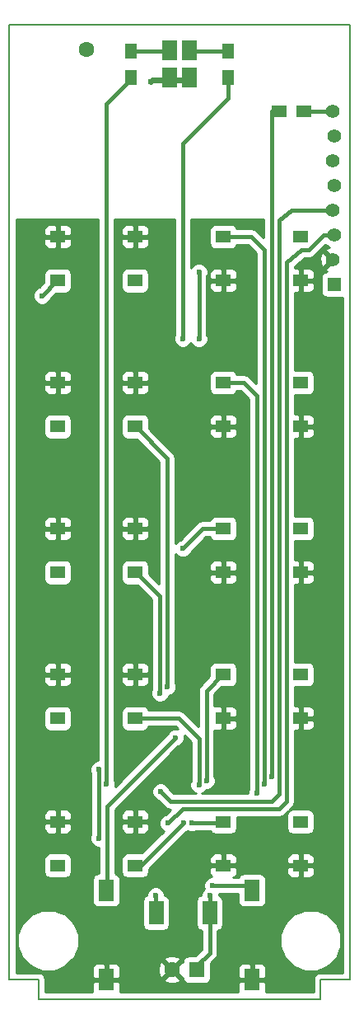
<source format=gtl>
G04 #@! TF.FileFunction,Copper,L1,Top,Signal*
%FSLAX46Y46*%
G04 Gerber Fmt 4.6, Leading zero omitted, Abs format (unit mm)*
G04 Created by KiCad (PCBNEW 4.0.2-stable) date 15.03.2017 10:40:45*
%MOMM*%
G01*
G04 APERTURE LIST*
%ADD10C,0.100000*%
%ADD11C,0.150000*%
%ADD12C,1.397000*%
%ADD13R,1.397000X1.397000*%
%ADD14R,1.600000X2.180000*%
%ADD15R,1.500000X2.000000*%
%ADD16R,1.300000X1.500000*%
%ADD17C,1.600000*%
%ADD18R,1.600000X1.600000*%
%ADD19R,1.550000X1.300000*%
%ADD20R,1.500000X2.400000*%
%ADD21R,1.500000X1.250000*%
%ADD22C,0.600000*%
%ADD23C,0.400000*%
%ADD24C,0.250000*%
%ADD25C,0.600000*%
%ADD26C,0.254000*%
G04 APERTURE END LIST*
D10*
D11*
X166000000Y-128000000D02*
X166000000Y-30000000D01*
X131000000Y-30000000D02*
X131000000Y-128000000D01*
X131000000Y-30000000D02*
X166000000Y-30000000D01*
X134000000Y-128000000D02*
X131000000Y-128000000D01*
X166000000Y-128000000D02*
X163000000Y-128000000D01*
X134000000Y-130000000D02*
X134000000Y-128000000D01*
X163000000Y-130000000D02*
X134000000Y-130000000D01*
X163000000Y-128000000D02*
X163000000Y-130000000D01*
D12*
X164277040Y-49022000D03*
X164398960Y-46482000D03*
X164398960Y-51562000D03*
X164277040Y-43942000D03*
X164277040Y-54102000D03*
X164398960Y-41402000D03*
D13*
X164398960Y-56642000D03*
D12*
X164277040Y-38862000D03*
D14*
X155958320Y-118841570D03*
X155953680Y-128046430D03*
X140972320Y-118841570D03*
X140967680Y-128046430D03*
D15*
X147500000Y-32600000D03*
X147500000Y-35400000D03*
X149500000Y-32600000D03*
X149500000Y-35400000D03*
D16*
X153500000Y-32650000D03*
X153500000Y-35350000D03*
X143500000Y-32650000D03*
X143500000Y-35350000D03*
D17*
X138938000Y-32512000D03*
D18*
X150270000Y-127000000D03*
D17*
X147730000Y-127000000D03*
D19*
X152992000Y-56225000D03*
X152992000Y-51725000D03*
X160952000Y-51725000D03*
X160952000Y-56225000D03*
X143934000Y-51725000D03*
X143934000Y-56225000D03*
X135974000Y-56225000D03*
X135974000Y-51725000D03*
X152992000Y-71211000D03*
X152992000Y-66711000D03*
X160952000Y-66711000D03*
X160952000Y-71211000D03*
X143934000Y-66711000D03*
X143934000Y-71211000D03*
X135974000Y-71211000D03*
X135974000Y-66711000D03*
X152992000Y-86197000D03*
X152992000Y-81697000D03*
X160952000Y-81697000D03*
X160952000Y-86197000D03*
X143934000Y-81697000D03*
X143934000Y-86197000D03*
X135974000Y-86197000D03*
X135974000Y-81697000D03*
X152992000Y-101183000D03*
X152992000Y-96683000D03*
X160952000Y-96683000D03*
X160952000Y-101183000D03*
X143934000Y-96683000D03*
X143934000Y-101183000D03*
X135974000Y-101183000D03*
X135974000Y-96683000D03*
X152992000Y-116296000D03*
X152992000Y-111796000D03*
X160952000Y-111796000D03*
X160952000Y-116296000D03*
X143934000Y-111796000D03*
X143934000Y-116296000D03*
X135974000Y-116296000D03*
X135974000Y-111796000D03*
D20*
X146094000Y-121158000D03*
X151594000Y-121158000D03*
D21*
X161270000Y-38862000D03*
X158770000Y-38862000D03*
D22*
X153289000Y-58547000D03*
X145542000Y-35814000D03*
X140208000Y-113538000D03*
X140208000Y-106426000D03*
X150495000Y-55372000D03*
X150495000Y-62230000D03*
X140970000Y-107950000D03*
X157226000Y-107950000D03*
X134366000Y-57785000D03*
X148844000Y-62230000D03*
X149733000Y-111950500D03*
X148907500Y-111950500D03*
X156464000Y-108839000D03*
X147256500Y-97917000D03*
X148844000Y-83756500D03*
X146494500Y-98615500D03*
X151257000Y-107569000D03*
X150495000Y-108013500D03*
X147320000Y-111950500D03*
X146558000Y-108712000D03*
X157988000Y-107188000D03*
X151892000Y-118364000D03*
X151638000Y-119380000D03*
X146050000Y-119380000D03*
X148082000Y-103187500D03*
D23*
X143500000Y-32650000D02*
X147200000Y-32650000D01*
D24*
X147200000Y-32650000D02*
X147500000Y-32350000D01*
D23*
X153500000Y-32650000D02*
X149800000Y-32650000D01*
D24*
X149800000Y-32650000D02*
X149500000Y-32350000D01*
D23*
X152992000Y-58250000D02*
X152992000Y-56225000D01*
X153289000Y-58547000D02*
X152992000Y-58250000D01*
D25*
X147500000Y-35650000D02*
X145706000Y-35650000D01*
X145706000Y-35650000D02*
X145542000Y-35814000D01*
X147500000Y-35650000D02*
X149500000Y-35650000D01*
D23*
X140208000Y-113538000D02*
X140208000Y-106426000D01*
X150495000Y-62230000D02*
X150495000Y-55372000D01*
D24*
X143500000Y-35350000D02*
X143500000Y-35570000D01*
D23*
X143500000Y-35570000D02*
X140970000Y-38100000D01*
X140970000Y-38100000D02*
X140970000Y-107950000D01*
X152992000Y-51725000D02*
X155865000Y-51725000D01*
X157226000Y-53086000D02*
X157226000Y-107950000D01*
X155865000Y-51725000D02*
X157226000Y-53086000D01*
X134366000Y-57785000D02*
X135926000Y-56225000D01*
X135926000Y-56225000D02*
X135974000Y-56225000D01*
X148844000Y-62230000D02*
X148844000Y-42164000D01*
X148844000Y-42164000D02*
X149098000Y-41910000D01*
X153500000Y-35350000D02*
X153500000Y-37508000D01*
X153500000Y-37508000D02*
X149098000Y-41910000D01*
X149733000Y-111950500D02*
X152837500Y-111950500D01*
X152837500Y-111950500D02*
X152992000Y-111796000D01*
D24*
X153020000Y-111750000D02*
X152918000Y-111750000D01*
D23*
X143934000Y-116296000D02*
X144498500Y-116296000D01*
X144498500Y-116296000D02*
X148907500Y-111950500D01*
D24*
X143980000Y-116250000D02*
X144608000Y-116250000D01*
D23*
X152992000Y-66711000D02*
X155103000Y-66711000D01*
X156464000Y-68072000D02*
X156464000Y-108839000D01*
X155103000Y-66711000D02*
X156464000Y-68072000D01*
X143934000Y-71211000D02*
X143982000Y-71211000D01*
X143982000Y-71211000D02*
X147256500Y-74485500D01*
X147256500Y-74485500D02*
X147256500Y-97917000D01*
X152992000Y-81697000D02*
X150903500Y-81697000D01*
X150903500Y-81697000D02*
X148844000Y-83756500D01*
X143934000Y-86197000D02*
X144045500Y-86197000D01*
X144045500Y-86197000D02*
X146494500Y-88646000D01*
X146494500Y-88646000D02*
X146494500Y-98615500D01*
X152992000Y-96683000D02*
X152935500Y-96683000D01*
X152935500Y-96683000D02*
X151257000Y-98361500D01*
X151257000Y-98361500D02*
X151257000Y-107569000D01*
D24*
X153020000Y-96750000D02*
X153392000Y-96750000D01*
D23*
X149352000Y-102108000D02*
X150495000Y-103251000D01*
X150495000Y-103251000D02*
X150495000Y-108013500D01*
X143934000Y-101183000D02*
X148427000Y-101183000D01*
X148427000Y-101183000D02*
X149352000Y-102108000D01*
D24*
X143980000Y-101250000D02*
X144430000Y-101250000D01*
D23*
X159512000Y-109728000D02*
X158750000Y-110490000D01*
X164398960Y-51562000D02*
X163322000Y-51562000D01*
X148844000Y-110490000D02*
X147320000Y-111950500D01*
X158750000Y-110490000D02*
X148844000Y-110490000D01*
X159512000Y-54356000D02*
X159512000Y-109728000D01*
X161036000Y-53086000D02*
X159512000Y-54356000D01*
X161798000Y-53086000D02*
X161036000Y-53086000D01*
X163322000Y-51562000D02*
X161798000Y-53086000D01*
X156718000Y-109728000D02*
X157988000Y-109728000D01*
X157988000Y-109728000D02*
X158750000Y-108966000D01*
D24*
X158750000Y-108966000D02*
X157988000Y-109728000D01*
D23*
X164277040Y-49022000D02*
X160020000Y-49022000D01*
X147574000Y-109728000D02*
X146558000Y-108712000D01*
X156718000Y-109728000D02*
X147574000Y-109728000D01*
X160020000Y-49022000D02*
X158750000Y-50038000D01*
X158750000Y-50038000D02*
X158750000Y-108966000D01*
D24*
X158770000Y-38862000D02*
X157988000Y-38862000D01*
D23*
X157988000Y-38862000D02*
X157988000Y-107188000D01*
X151892000Y-118364000D02*
X155480750Y-118364000D01*
D24*
X155480750Y-118364000D02*
X155958320Y-118841570D01*
X150270000Y-127000000D02*
X150270000Y-126590000D01*
D23*
X150270000Y-126590000D02*
X151594000Y-125266000D01*
X151594000Y-125266000D02*
X151594000Y-121158000D01*
X151638000Y-119380000D02*
X151594000Y-121158000D01*
X146050000Y-119380000D02*
X146094000Y-121158000D01*
X164277040Y-38862000D02*
X161270000Y-38862000D01*
X141033500Y-110236000D02*
X141033500Y-118780390D01*
X148082000Y-103187500D02*
X141033500Y-110236000D01*
X141033500Y-118780390D02*
X140972320Y-118841570D01*
D26*
G36*
X140135000Y-105490936D02*
X140022833Y-105490838D01*
X139679057Y-105632883D01*
X139415808Y-105895673D01*
X139273162Y-106239201D01*
X139272838Y-106611167D01*
X139373000Y-106853578D01*
X139373000Y-113110766D01*
X139273162Y-113351201D01*
X139272838Y-113723167D01*
X139414883Y-114066943D01*
X139677673Y-114330192D01*
X140021201Y-114472838D01*
X140198500Y-114472992D01*
X140198500Y-117104130D01*
X140172320Y-117104130D01*
X139937003Y-117148408D01*
X139720879Y-117287480D01*
X139575889Y-117499680D01*
X139524880Y-117751570D01*
X139524880Y-119931570D01*
X139569158Y-120166887D01*
X139708230Y-120383011D01*
X139920430Y-120528001D01*
X140172320Y-120579010D01*
X141772320Y-120579010D01*
X142007637Y-120534732D01*
X142223761Y-120395660D01*
X142368751Y-120183460D01*
X142414407Y-119958000D01*
X144696560Y-119958000D01*
X144696560Y-122358000D01*
X144740838Y-122593317D01*
X144879910Y-122809441D01*
X145092110Y-122954431D01*
X145344000Y-123005440D01*
X146844000Y-123005440D01*
X147079317Y-122961162D01*
X147295441Y-122822090D01*
X147440431Y-122609890D01*
X147491440Y-122358000D01*
X147491440Y-119958000D01*
X147447162Y-119722683D01*
X147308090Y-119506559D01*
X147095890Y-119361569D01*
X146985036Y-119339121D01*
X146985162Y-119194833D01*
X146843117Y-118851057D01*
X146580327Y-118587808D01*
X146236799Y-118445162D01*
X145864833Y-118444838D01*
X145521057Y-118586883D01*
X145257808Y-118849673D01*
X145115162Y-119193201D01*
X145115022Y-119353645D01*
X145108683Y-119354838D01*
X144892559Y-119493910D01*
X144747569Y-119706110D01*
X144696560Y-119958000D01*
X142414407Y-119958000D01*
X142419760Y-119931570D01*
X142419760Y-117751570D01*
X142375482Y-117516253D01*
X142236410Y-117300129D01*
X142024210Y-117155139D01*
X141868500Y-117123607D01*
X141868500Y-112081750D01*
X142524000Y-112081750D01*
X142524000Y-112572310D01*
X142620673Y-112805699D01*
X142799302Y-112984327D01*
X143032691Y-113081000D01*
X143648250Y-113081000D01*
X143807000Y-112922250D01*
X143807000Y-111923000D01*
X144061000Y-111923000D01*
X144061000Y-112922250D01*
X144219750Y-113081000D01*
X144835309Y-113081000D01*
X145068698Y-112984327D01*
X145247327Y-112805699D01*
X145344000Y-112572310D01*
X145344000Y-112081750D01*
X145185250Y-111923000D01*
X144061000Y-111923000D01*
X143807000Y-111923000D01*
X142682750Y-111923000D01*
X142524000Y-112081750D01*
X141868500Y-112081750D01*
X141868500Y-111019690D01*
X142524000Y-111019690D01*
X142524000Y-111510250D01*
X142682750Y-111669000D01*
X143807000Y-111669000D01*
X143807000Y-110669750D01*
X144061000Y-110669750D01*
X144061000Y-111669000D01*
X145185250Y-111669000D01*
X145344000Y-111510250D01*
X145344000Y-111019690D01*
X145247327Y-110786301D01*
X145068698Y-110607673D01*
X144835309Y-110511000D01*
X144219750Y-110511000D01*
X144061000Y-110669750D01*
X143807000Y-110669750D01*
X143648250Y-110511000D01*
X143032691Y-110511000D01*
X142799302Y-110607673D01*
X142620673Y-110786301D01*
X142524000Y-111019690D01*
X141868500Y-111019690D01*
X141868500Y-110581868D01*
X148370333Y-104080035D01*
X148610943Y-103980617D01*
X148874192Y-103717827D01*
X149016838Y-103374299D01*
X149017162Y-103002333D01*
X148983150Y-102920018D01*
X149660000Y-103596868D01*
X149660000Y-107586266D01*
X149560162Y-107826701D01*
X149559838Y-108198667D01*
X149701883Y-108542443D01*
X149964673Y-108805692D01*
X150174933Y-108893000D01*
X147919868Y-108893000D01*
X147450535Y-108423667D01*
X147351117Y-108183057D01*
X147088327Y-107919808D01*
X146744799Y-107777162D01*
X146372833Y-107776838D01*
X146029057Y-107918883D01*
X145765808Y-108181673D01*
X145623162Y-108525201D01*
X145622838Y-108897167D01*
X145764883Y-109240943D01*
X146027673Y-109504192D01*
X146269910Y-109604778D01*
X146983566Y-110318434D01*
X147254459Y-110499439D01*
X147563246Y-110560861D01*
X147054277Y-111048623D01*
X146791057Y-111157383D01*
X146527808Y-111420173D01*
X146385162Y-111763701D01*
X146384838Y-112135667D01*
X146526883Y-112479443D01*
X146789673Y-112742692D01*
X146877291Y-112779074D01*
X144625372Y-114998560D01*
X143159000Y-114998560D01*
X142923683Y-115042838D01*
X142707559Y-115181910D01*
X142562569Y-115394110D01*
X142511560Y-115646000D01*
X142511560Y-116946000D01*
X142555838Y-117181317D01*
X142694910Y-117397441D01*
X142907110Y-117542431D01*
X143159000Y-117593440D01*
X144709000Y-117593440D01*
X144944317Y-117549162D01*
X145160441Y-117410090D01*
X145305431Y-117197890D01*
X145356440Y-116946000D01*
X145356440Y-116622812D01*
X146475681Y-115519690D01*
X151582000Y-115519690D01*
X151582000Y-116010250D01*
X151740750Y-116169000D01*
X152865000Y-116169000D01*
X152865000Y-115169750D01*
X153119000Y-115169750D01*
X153119000Y-116169000D01*
X154243250Y-116169000D01*
X154402000Y-116010250D01*
X154402000Y-115519690D01*
X159542000Y-115519690D01*
X159542000Y-116010250D01*
X159700750Y-116169000D01*
X160825000Y-116169000D01*
X160825000Y-115169750D01*
X161079000Y-115169750D01*
X161079000Y-116169000D01*
X162203250Y-116169000D01*
X162362000Y-116010250D01*
X162362000Y-115519690D01*
X162265327Y-115286301D01*
X162086698Y-115107673D01*
X161853309Y-115011000D01*
X161237750Y-115011000D01*
X161079000Y-115169750D01*
X160825000Y-115169750D01*
X160666250Y-115011000D01*
X160050691Y-115011000D01*
X159817302Y-115107673D01*
X159638673Y-115286301D01*
X159542000Y-115519690D01*
X154402000Y-115519690D01*
X154305327Y-115286301D01*
X154126698Y-115107673D01*
X153893309Y-115011000D01*
X153277750Y-115011000D01*
X153119000Y-115169750D01*
X152865000Y-115169750D01*
X152706250Y-115011000D01*
X152090691Y-115011000D01*
X151857302Y-115107673D01*
X151678673Y-115286301D01*
X151582000Y-115519690D01*
X146475681Y-115519690D01*
X149188286Y-112846153D01*
X149320386Y-112791571D01*
X149546201Y-112885338D01*
X149918167Y-112885662D01*
X150160578Y-112785500D01*
X151680878Y-112785500D01*
X151752910Y-112897441D01*
X151965110Y-113042431D01*
X152217000Y-113093440D01*
X153767000Y-113093440D01*
X154002317Y-113049162D01*
X154218441Y-112910090D01*
X154363431Y-112697890D01*
X154414440Y-112446000D01*
X154414440Y-111325000D01*
X158750000Y-111325000D01*
X159069541Y-111261439D01*
X159340434Y-111080434D01*
X159696654Y-110724214D01*
X159580569Y-110894110D01*
X159529560Y-111146000D01*
X159529560Y-112446000D01*
X159573838Y-112681317D01*
X159712910Y-112897441D01*
X159925110Y-113042431D01*
X160177000Y-113093440D01*
X161727000Y-113093440D01*
X161962317Y-113049162D01*
X162178441Y-112910090D01*
X162323431Y-112697890D01*
X162374440Y-112446000D01*
X162374440Y-111146000D01*
X162330162Y-110910683D01*
X162191090Y-110694559D01*
X161978890Y-110549569D01*
X161727000Y-110498560D01*
X160177000Y-110498560D01*
X159941683Y-110542838D01*
X159763142Y-110657726D01*
X160102434Y-110318434D01*
X160283440Y-110047540D01*
X160347000Y-109728000D01*
X160347000Y-102468000D01*
X160666250Y-102468000D01*
X160825000Y-102309250D01*
X160825000Y-101310000D01*
X161079000Y-101310000D01*
X161079000Y-102309250D01*
X161237750Y-102468000D01*
X161853309Y-102468000D01*
X162086698Y-102371327D01*
X162265327Y-102192699D01*
X162362000Y-101959310D01*
X162362000Y-101468750D01*
X162203250Y-101310000D01*
X161079000Y-101310000D01*
X160825000Y-101310000D01*
X160805000Y-101310000D01*
X160805000Y-101056000D01*
X160825000Y-101056000D01*
X160825000Y-100056750D01*
X161079000Y-100056750D01*
X161079000Y-101056000D01*
X162203250Y-101056000D01*
X162362000Y-100897250D01*
X162362000Y-100406690D01*
X162265327Y-100173301D01*
X162086698Y-99994673D01*
X161853309Y-99898000D01*
X161237750Y-99898000D01*
X161079000Y-100056750D01*
X160825000Y-100056750D01*
X160666250Y-99898000D01*
X160347000Y-99898000D01*
X160347000Y-97980440D01*
X161727000Y-97980440D01*
X161962317Y-97936162D01*
X162178441Y-97797090D01*
X162323431Y-97584890D01*
X162374440Y-97333000D01*
X162374440Y-96033000D01*
X162330162Y-95797683D01*
X162191090Y-95581559D01*
X161978890Y-95436569D01*
X161727000Y-95385560D01*
X160347000Y-95385560D01*
X160347000Y-87482000D01*
X160666250Y-87482000D01*
X160825000Y-87323250D01*
X160825000Y-86324000D01*
X161079000Y-86324000D01*
X161079000Y-87323250D01*
X161237750Y-87482000D01*
X161853309Y-87482000D01*
X162086698Y-87385327D01*
X162265327Y-87206699D01*
X162362000Y-86973310D01*
X162362000Y-86482750D01*
X162203250Y-86324000D01*
X161079000Y-86324000D01*
X160825000Y-86324000D01*
X160805000Y-86324000D01*
X160805000Y-86070000D01*
X160825000Y-86070000D01*
X160825000Y-85070750D01*
X161079000Y-85070750D01*
X161079000Y-86070000D01*
X162203250Y-86070000D01*
X162362000Y-85911250D01*
X162362000Y-85420690D01*
X162265327Y-85187301D01*
X162086698Y-85008673D01*
X161853309Y-84912000D01*
X161237750Y-84912000D01*
X161079000Y-85070750D01*
X160825000Y-85070750D01*
X160666250Y-84912000D01*
X160347000Y-84912000D01*
X160347000Y-82994440D01*
X161727000Y-82994440D01*
X161962317Y-82950162D01*
X162178441Y-82811090D01*
X162323431Y-82598890D01*
X162374440Y-82347000D01*
X162374440Y-81047000D01*
X162330162Y-80811683D01*
X162191090Y-80595559D01*
X161978890Y-80450569D01*
X161727000Y-80399560D01*
X160347000Y-80399560D01*
X160347000Y-72496000D01*
X160666250Y-72496000D01*
X160825000Y-72337250D01*
X160825000Y-71338000D01*
X161079000Y-71338000D01*
X161079000Y-72337250D01*
X161237750Y-72496000D01*
X161853309Y-72496000D01*
X162086698Y-72399327D01*
X162265327Y-72220699D01*
X162362000Y-71987310D01*
X162362000Y-71496750D01*
X162203250Y-71338000D01*
X161079000Y-71338000D01*
X160825000Y-71338000D01*
X160805000Y-71338000D01*
X160805000Y-71084000D01*
X160825000Y-71084000D01*
X160825000Y-70084750D01*
X161079000Y-70084750D01*
X161079000Y-71084000D01*
X162203250Y-71084000D01*
X162362000Y-70925250D01*
X162362000Y-70434690D01*
X162265327Y-70201301D01*
X162086698Y-70022673D01*
X161853309Y-69926000D01*
X161237750Y-69926000D01*
X161079000Y-70084750D01*
X160825000Y-70084750D01*
X160666250Y-69926000D01*
X160347000Y-69926000D01*
X160347000Y-68008440D01*
X161727000Y-68008440D01*
X161962317Y-67964162D01*
X162178441Y-67825090D01*
X162323431Y-67612890D01*
X162374440Y-67361000D01*
X162374440Y-66061000D01*
X162330162Y-65825683D01*
X162191090Y-65609559D01*
X161978890Y-65464569D01*
X161727000Y-65413560D01*
X160347000Y-65413560D01*
X160347000Y-57510000D01*
X160666250Y-57510000D01*
X160825000Y-57351250D01*
X160825000Y-56352000D01*
X161079000Y-56352000D01*
X161079000Y-57351250D01*
X161237750Y-57510000D01*
X161853309Y-57510000D01*
X162086698Y-57413327D01*
X162265327Y-57234699D01*
X162362000Y-57001310D01*
X162362000Y-56510750D01*
X162203250Y-56352000D01*
X161079000Y-56352000D01*
X160825000Y-56352000D01*
X160805000Y-56352000D01*
X160805000Y-56098000D01*
X160825000Y-56098000D01*
X160825000Y-55098750D01*
X161079000Y-55098750D01*
X161079000Y-56098000D01*
X162203250Y-56098000D01*
X162362000Y-55939250D01*
X162362000Y-55448690D01*
X162265327Y-55215301D01*
X162086698Y-55036673D01*
X161853309Y-54940000D01*
X161237750Y-54940000D01*
X161079000Y-55098750D01*
X160825000Y-55098750D01*
X160666250Y-54940000D01*
X160347000Y-54940000D01*
X160347000Y-54747093D01*
X161338312Y-53921000D01*
X161798000Y-53921000D01*
X161855914Y-53909480D01*
X162931113Y-53909480D01*
X162959892Y-54439199D01*
X163107240Y-54794929D01*
X163342852Y-54856583D01*
X164097435Y-54102000D01*
X163342852Y-53347417D01*
X163107240Y-53409071D01*
X162931113Y-53909480D01*
X161855914Y-53909480D01*
X162117541Y-53857439D01*
X162388434Y-53676434D01*
X163507941Y-52556927D01*
X163642607Y-52691827D01*
X163903193Y-52800032D01*
X163584111Y-52932200D01*
X163522457Y-53167812D01*
X164277040Y-53922395D01*
X164291183Y-53908253D01*
X164470788Y-54087858D01*
X164456645Y-54102000D01*
X164470788Y-54116143D01*
X164291183Y-54295748D01*
X164277040Y-54281605D01*
X163522457Y-55036188D01*
X163584111Y-55271800D01*
X163669558Y-55301875D01*
X163465143Y-55340338D01*
X163249019Y-55479410D01*
X163104029Y-55691610D01*
X163053020Y-55943500D01*
X163053020Y-57340500D01*
X163097298Y-57575817D01*
X163236370Y-57791941D01*
X163448570Y-57936931D01*
X163700460Y-57987940D01*
X165097460Y-57987940D01*
X165227000Y-57963565D01*
X165227000Y-127290000D01*
X163000000Y-127290000D01*
X162728295Y-127344046D01*
X162497954Y-127497954D01*
X162344046Y-127728295D01*
X162290000Y-128000000D01*
X162290000Y-129290000D01*
X157377388Y-129290000D01*
X157388680Y-129262739D01*
X157388680Y-128332180D01*
X157229930Y-128173430D01*
X156080680Y-128173430D01*
X156080680Y-128193430D01*
X155826680Y-128193430D01*
X155826680Y-128173430D01*
X154677430Y-128173430D01*
X154518680Y-128332180D01*
X154518680Y-129262739D01*
X154529972Y-129290000D01*
X142391388Y-129290000D01*
X142402680Y-129262739D01*
X142402680Y-128332180D01*
X142243930Y-128173430D01*
X141094680Y-128173430D01*
X141094680Y-128193430D01*
X140840680Y-128193430D01*
X140840680Y-128173430D01*
X139691430Y-128173430D01*
X139532680Y-128332180D01*
X139532680Y-129262739D01*
X139543972Y-129290000D01*
X134710000Y-129290000D01*
X134710000Y-128007745D01*
X146901861Y-128007745D01*
X146975995Y-128253864D01*
X147513223Y-128446965D01*
X148083454Y-128419778D01*
X148484005Y-128253864D01*
X148558139Y-128007745D01*
X147730000Y-127179605D01*
X146901861Y-128007745D01*
X134710000Y-128007745D01*
X134710000Y-128000000D01*
X134655954Y-127728295D01*
X134502046Y-127497954D01*
X134271705Y-127344046D01*
X134000000Y-127290000D01*
X131710000Y-127290000D01*
X131710000Y-124620854D01*
X131864457Y-124620854D01*
X132340727Y-125773515D01*
X133221847Y-126656174D01*
X134373674Y-127134454D01*
X135620854Y-127135543D01*
X136360031Y-126830121D01*
X139532680Y-126830121D01*
X139532680Y-127760680D01*
X139691430Y-127919430D01*
X140840680Y-127919430D01*
X140840680Y-126480180D01*
X141094680Y-126480180D01*
X141094680Y-127919430D01*
X142243930Y-127919430D01*
X142402680Y-127760680D01*
X142402680Y-126830121D01*
X142383255Y-126783223D01*
X146283035Y-126783223D01*
X146310222Y-127353454D01*
X146476136Y-127754005D01*
X146722255Y-127828139D01*
X147550395Y-127000000D01*
X147909605Y-127000000D01*
X148737745Y-127828139D01*
X148823022Y-127802453D01*
X148866838Y-128035317D01*
X149005910Y-128251441D01*
X149218110Y-128396431D01*
X149470000Y-128447440D01*
X151070000Y-128447440D01*
X151305317Y-128403162D01*
X151521441Y-128264090D01*
X151666431Y-128051890D01*
X151717440Y-127800000D01*
X151717440Y-126830121D01*
X154518680Y-126830121D01*
X154518680Y-127760680D01*
X154677430Y-127919430D01*
X155826680Y-127919430D01*
X155826680Y-126480180D01*
X156080680Y-126480180D01*
X156080680Y-127919430D01*
X157229930Y-127919430D01*
X157388680Y-127760680D01*
X157388680Y-126830121D01*
X157292007Y-126596732D01*
X157113379Y-126418103D01*
X156879990Y-126321430D01*
X156239430Y-126321430D01*
X156080680Y-126480180D01*
X155826680Y-126480180D01*
X155667930Y-126321430D01*
X155027370Y-126321430D01*
X154793981Y-126418103D01*
X154615353Y-126596732D01*
X154518680Y-126830121D01*
X151717440Y-126830121D01*
X151717440Y-126323428D01*
X152184434Y-125856434D01*
X152365440Y-125585540D01*
X152429000Y-125266000D01*
X152429000Y-124620854D01*
X158864457Y-124620854D01*
X159340727Y-125773515D01*
X160221847Y-126656174D01*
X161373674Y-127134454D01*
X162620854Y-127135543D01*
X163773515Y-126659273D01*
X164656174Y-125778153D01*
X165134454Y-124626326D01*
X165135543Y-123379146D01*
X164659273Y-122226485D01*
X163778153Y-121343826D01*
X162626326Y-120865546D01*
X161379146Y-120864457D01*
X160226485Y-121340727D01*
X159343826Y-122221847D01*
X158865546Y-123373674D01*
X158864457Y-124620854D01*
X152429000Y-124620854D01*
X152429000Y-122989446D01*
X152579317Y-122961162D01*
X152795441Y-122822090D01*
X152940431Y-122609890D01*
X152991440Y-122358000D01*
X152991440Y-119958000D01*
X152947162Y-119722683D01*
X152808090Y-119506559D01*
X152595890Y-119361569D01*
X152573021Y-119356938D01*
X152573158Y-119199000D01*
X154510880Y-119199000D01*
X154510880Y-119931570D01*
X154555158Y-120166887D01*
X154694230Y-120383011D01*
X154906430Y-120528001D01*
X155158320Y-120579010D01*
X156758320Y-120579010D01*
X156993637Y-120534732D01*
X157209761Y-120395660D01*
X157354751Y-120183460D01*
X157405760Y-119931570D01*
X157405760Y-117751570D01*
X157361482Y-117516253D01*
X157222410Y-117300129D01*
X157010210Y-117155139D01*
X156758320Y-117104130D01*
X155158320Y-117104130D01*
X154923003Y-117148408D01*
X154706879Y-117287480D01*
X154561889Y-117499680D01*
X154555952Y-117529000D01*
X154018848Y-117529000D01*
X154126698Y-117484327D01*
X154305327Y-117305699D01*
X154402000Y-117072310D01*
X154402000Y-116581750D01*
X159542000Y-116581750D01*
X159542000Y-117072310D01*
X159638673Y-117305699D01*
X159817302Y-117484327D01*
X160050691Y-117581000D01*
X160666250Y-117581000D01*
X160825000Y-117422250D01*
X160825000Y-116423000D01*
X161079000Y-116423000D01*
X161079000Y-117422250D01*
X161237750Y-117581000D01*
X161853309Y-117581000D01*
X162086698Y-117484327D01*
X162265327Y-117305699D01*
X162362000Y-117072310D01*
X162362000Y-116581750D01*
X162203250Y-116423000D01*
X161079000Y-116423000D01*
X160825000Y-116423000D01*
X159700750Y-116423000D01*
X159542000Y-116581750D01*
X154402000Y-116581750D01*
X154243250Y-116423000D01*
X153119000Y-116423000D01*
X153119000Y-116443000D01*
X152865000Y-116443000D01*
X152865000Y-116423000D01*
X151740750Y-116423000D01*
X151582000Y-116581750D01*
X151582000Y-117072310D01*
X151678673Y-117305699D01*
X151801895Y-117428921D01*
X151706833Y-117428838D01*
X151363057Y-117570883D01*
X151099808Y-117833673D01*
X150957162Y-118177201D01*
X150956838Y-118549167D01*
X151012322Y-118683449D01*
X150845808Y-118849673D01*
X150703162Y-119193201D01*
X150703037Y-119337084D01*
X150608683Y-119354838D01*
X150392559Y-119493910D01*
X150247569Y-119706110D01*
X150196560Y-119958000D01*
X150196560Y-122358000D01*
X150240838Y-122593317D01*
X150379910Y-122809441D01*
X150592110Y-122954431D01*
X150759000Y-122988227D01*
X150759000Y-124920132D01*
X150126572Y-125552560D01*
X149470000Y-125552560D01*
X149234683Y-125596838D01*
X149018559Y-125735910D01*
X148873569Y-125948110D01*
X148823055Y-126197557D01*
X148737745Y-126171861D01*
X147909605Y-127000000D01*
X147550395Y-127000000D01*
X146722255Y-126171861D01*
X146476136Y-126245995D01*
X146283035Y-126783223D01*
X142383255Y-126783223D01*
X142306007Y-126596732D01*
X142127379Y-126418103D01*
X141893990Y-126321430D01*
X141253430Y-126321430D01*
X141094680Y-126480180D01*
X140840680Y-126480180D01*
X140681930Y-126321430D01*
X140041370Y-126321430D01*
X139807981Y-126418103D01*
X139629353Y-126596732D01*
X139532680Y-126830121D01*
X136360031Y-126830121D01*
X136773515Y-126659273D01*
X137441698Y-125992255D01*
X146901861Y-125992255D01*
X147730000Y-126820395D01*
X148558139Y-125992255D01*
X148484005Y-125746136D01*
X147946777Y-125553035D01*
X147376546Y-125580222D01*
X146975995Y-125746136D01*
X146901861Y-125992255D01*
X137441698Y-125992255D01*
X137656174Y-125778153D01*
X138134454Y-124626326D01*
X138135543Y-123379146D01*
X137659273Y-122226485D01*
X136778153Y-121343826D01*
X135626326Y-120865546D01*
X134379146Y-120864457D01*
X133226485Y-121340727D01*
X132343826Y-122221847D01*
X131865546Y-123373674D01*
X131864457Y-124620854D01*
X131710000Y-124620854D01*
X131710000Y-115646000D01*
X134551560Y-115646000D01*
X134551560Y-116946000D01*
X134595838Y-117181317D01*
X134734910Y-117397441D01*
X134947110Y-117542431D01*
X135199000Y-117593440D01*
X136749000Y-117593440D01*
X136984317Y-117549162D01*
X137200441Y-117410090D01*
X137345431Y-117197890D01*
X137396440Y-116946000D01*
X137396440Y-115646000D01*
X137352162Y-115410683D01*
X137213090Y-115194559D01*
X137000890Y-115049569D01*
X136749000Y-114998560D01*
X135199000Y-114998560D01*
X134963683Y-115042838D01*
X134747559Y-115181910D01*
X134602569Y-115394110D01*
X134551560Y-115646000D01*
X131710000Y-115646000D01*
X131710000Y-112081750D01*
X134564000Y-112081750D01*
X134564000Y-112572310D01*
X134660673Y-112805699D01*
X134839302Y-112984327D01*
X135072691Y-113081000D01*
X135688250Y-113081000D01*
X135847000Y-112922250D01*
X135847000Y-111923000D01*
X136101000Y-111923000D01*
X136101000Y-112922250D01*
X136259750Y-113081000D01*
X136875309Y-113081000D01*
X137108698Y-112984327D01*
X137287327Y-112805699D01*
X137384000Y-112572310D01*
X137384000Y-112081750D01*
X137225250Y-111923000D01*
X136101000Y-111923000D01*
X135847000Y-111923000D01*
X134722750Y-111923000D01*
X134564000Y-112081750D01*
X131710000Y-112081750D01*
X131710000Y-111019690D01*
X134564000Y-111019690D01*
X134564000Y-111510250D01*
X134722750Y-111669000D01*
X135847000Y-111669000D01*
X135847000Y-110669750D01*
X136101000Y-110669750D01*
X136101000Y-111669000D01*
X137225250Y-111669000D01*
X137384000Y-111510250D01*
X137384000Y-111019690D01*
X137287327Y-110786301D01*
X137108698Y-110607673D01*
X136875309Y-110511000D01*
X136259750Y-110511000D01*
X136101000Y-110669750D01*
X135847000Y-110669750D01*
X135688250Y-110511000D01*
X135072691Y-110511000D01*
X134839302Y-110607673D01*
X134660673Y-110786301D01*
X134564000Y-111019690D01*
X131710000Y-111019690D01*
X131710000Y-100533000D01*
X134551560Y-100533000D01*
X134551560Y-101833000D01*
X134595838Y-102068317D01*
X134734910Y-102284441D01*
X134947110Y-102429431D01*
X135199000Y-102480440D01*
X136749000Y-102480440D01*
X136984317Y-102436162D01*
X137200441Y-102297090D01*
X137345431Y-102084890D01*
X137396440Y-101833000D01*
X137396440Y-100533000D01*
X137352162Y-100297683D01*
X137213090Y-100081559D01*
X137000890Y-99936569D01*
X136749000Y-99885560D01*
X135199000Y-99885560D01*
X134963683Y-99929838D01*
X134747559Y-100068910D01*
X134602569Y-100281110D01*
X134551560Y-100533000D01*
X131710000Y-100533000D01*
X131710000Y-96968750D01*
X134564000Y-96968750D01*
X134564000Y-97459310D01*
X134660673Y-97692699D01*
X134839302Y-97871327D01*
X135072691Y-97968000D01*
X135688250Y-97968000D01*
X135847000Y-97809250D01*
X135847000Y-96810000D01*
X136101000Y-96810000D01*
X136101000Y-97809250D01*
X136259750Y-97968000D01*
X136875309Y-97968000D01*
X137108698Y-97871327D01*
X137287327Y-97692699D01*
X137384000Y-97459310D01*
X137384000Y-96968750D01*
X137225250Y-96810000D01*
X136101000Y-96810000D01*
X135847000Y-96810000D01*
X134722750Y-96810000D01*
X134564000Y-96968750D01*
X131710000Y-96968750D01*
X131710000Y-95906690D01*
X134564000Y-95906690D01*
X134564000Y-96397250D01*
X134722750Y-96556000D01*
X135847000Y-96556000D01*
X135847000Y-95556750D01*
X136101000Y-95556750D01*
X136101000Y-96556000D01*
X137225250Y-96556000D01*
X137384000Y-96397250D01*
X137384000Y-95906690D01*
X137287327Y-95673301D01*
X137108698Y-95494673D01*
X136875309Y-95398000D01*
X136259750Y-95398000D01*
X136101000Y-95556750D01*
X135847000Y-95556750D01*
X135688250Y-95398000D01*
X135072691Y-95398000D01*
X134839302Y-95494673D01*
X134660673Y-95673301D01*
X134564000Y-95906690D01*
X131710000Y-95906690D01*
X131710000Y-85547000D01*
X134551560Y-85547000D01*
X134551560Y-86847000D01*
X134595838Y-87082317D01*
X134734910Y-87298441D01*
X134947110Y-87443431D01*
X135199000Y-87494440D01*
X136749000Y-87494440D01*
X136984317Y-87450162D01*
X137200441Y-87311090D01*
X137345431Y-87098890D01*
X137396440Y-86847000D01*
X137396440Y-85547000D01*
X137352162Y-85311683D01*
X137213090Y-85095559D01*
X137000890Y-84950569D01*
X136749000Y-84899560D01*
X135199000Y-84899560D01*
X134963683Y-84943838D01*
X134747559Y-85082910D01*
X134602569Y-85295110D01*
X134551560Y-85547000D01*
X131710000Y-85547000D01*
X131710000Y-81982750D01*
X134564000Y-81982750D01*
X134564000Y-82473310D01*
X134660673Y-82706699D01*
X134839302Y-82885327D01*
X135072691Y-82982000D01*
X135688250Y-82982000D01*
X135847000Y-82823250D01*
X135847000Y-81824000D01*
X136101000Y-81824000D01*
X136101000Y-82823250D01*
X136259750Y-82982000D01*
X136875309Y-82982000D01*
X137108698Y-82885327D01*
X137287327Y-82706699D01*
X137384000Y-82473310D01*
X137384000Y-81982750D01*
X137225250Y-81824000D01*
X136101000Y-81824000D01*
X135847000Y-81824000D01*
X134722750Y-81824000D01*
X134564000Y-81982750D01*
X131710000Y-81982750D01*
X131710000Y-80920690D01*
X134564000Y-80920690D01*
X134564000Y-81411250D01*
X134722750Y-81570000D01*
X135847000Y-81570000D01*
X135847000Y-80570750D01*
X136101000Y-80570750D01*
X136101000Y-81570000D01*
X137225250Y-81570000D01*
X137384000Y-81411250D01*
X137384000Y-80920690D01*
X137287327Y-80687301D01*
X137108698Y-80508673D01*
X136875309Y-80412000D01*
X136259750Y-80412000D01*
X136101000Y-80570750D01*
X135847000Y-80570750D01*
X135688250Y-80412000D01*
X135072691Y-80412000D01*
X134839302Y-80508673D01*
X134660673Y-80687301D01*
X134564000Y-80920690D01*
X131710000Y-80920690D01*
X131710000Y-70561000D01*
X134551560Y-70561000D01*
X134551560Y-71861000D01*
X134595838Y-72096317D01*
X134734910Y-72312441D01*
X134947110Y-72457431D01*
X135199000Y-72508440D01*
X136749000Y-72508440D01*
X136984317Y-72464162D01*
X137200441Y-72325090D01*
X137345431Y-72112890D01*
X137396440Y-71861000D01*
X137396440Y-70561000D01*
X137352162Y-70325683D01*
X137213090Y-70109559D01*
X137000890Y-69964569D01*
X136749000Y-69913560D01*
X135199000Y-69913560D01*
X134963683Y-69957838D01*
X134747559Y-70096910D01*
X134602569Y-70309110D01*
X134551560Y-70561000D01*
X131710000Y-70561000D01*
X131710000Y-66996750D01*
X134564000Y-66996750D01*
X134564000Y-67487310D01*
X134660673Y-67720699D01*
X134839302Y-67899327D01*
X135072691Y-67996000D01*
X135688250Y-67996000D01*
X135847000Y-67837250D01*
X135847000Y-66838000D01*
X136101000Y-66838000D01*
X136101000Y-67837250D01*
X136259750Y-67996000D01*
X136875309Y-67996000D01*
X137108698Y-67899327D01*
X137287327Y-67720699D01*
X137384000Y-67487310D01*
X137384000Y-66996750D01*
X137225250Y-66838000D01*
X136101000Y-66838000D01*
X135847000Y-66838000D01*
X134722750Y-66838000D01*
X134564000Y-66996750D01*
X131710000Y-66996750D01*
X131710000Y-65934690D01*
X134564000Y-65934690D01*
X134564000Y-66425250D01*
X134722750Y-66584000D01*
X135847000Y-66584000D01*
X135847000Y-65584750D01*
X136101000Y-65584750D01*
X136101000Y-66584000D01*
X137225250Y-66584000D01*
X137384000Y-66425250D01*
X137384000Y-65934690D01*
X137287327Y-65701301D01*
X137108698Y-65522673D01*
X136875309Y-65426000D01*
X136259750Y-65426000D01*
X136101000Y-65584750D01*
X135847000Y-65584750D01*
X135688250Y-65426000D01*
X135072691Y-65426000D01*
X134839302Y-65522673D01*
X134660673Y-65701301D01*
X134564000Y-65934690D01*
X131710000Y-65934690D01*
X131710000Y-57970167D01*
X133430838Y-57970167D01*
X133572883Y-58313943D01*
X133835673Y-58577192D01*
X134179201Y-58719838D01*
X134551167Y-58720162D01*
X134894943Y-58578117D01*
X135158192Y-58315327D01*
X135258778Y-58073090D01*
X135809428Y-57522440D01*
X136749000Y-57522440D01*
X136984317Y-57478162D01*
X137200441Y-57339090D01*
X137345431Y-57126890D01*
X137396440Y-56875000D01*
X137396440Y-55575000D01*
X137352162Y-55339683D01*
X137213090Y-55123559D01*
X137000890Y-54978569D01*
X136749000Y-54927560D01*
X135199000Y-54927560D01*
X134963683Y-54971838D01*
X134747559Y-55110910D01*
X134602569Y-55323110D01*
X134551560Y-55575000D01*
X134551560Y-56418572D01*
X134077667Y-56892465D01*
X133837057Y-56991883D01*
X133573808Y-57254673D01*
X133431162Y-57598201D01*
X133430838Y-57970167D01*
X131710000Y-57970167D01*
X131710000Y-52010750D01*
X134564000Y-52010750D01*
X134564000Y-52501310D01*
X134660673Y-52734699D01*
X134839302Y-52913327D01*
X135072691Y-53010000D01*
X135688250Y-53010000D01*
X135847000Y-52851250D01*
X135847000Y-51852000D01*
X136101000Y-51852000D01*
X136101000Y-52851250D01*
X136259750Y-53010000D01*
X136875309Y-53010000D01*
X137108698Y-52913327D01*
X137287327Y-52734699D01*
X137384000Y-52501310D01*
X137384000Y-52010750D01*
X137225250Y-51852000D01*
X136101000Y-51852000D01*
X135847000Y-51852000D01*
X134722750Y-51852000D01*
X134564000Y-52010750D01*
X131710000Y-52010750D01*
X131710000Y-50948690D01*
X134564000Y-50948690D01*
X134564000Y-51439250D01*
X134722750Y-51598000D01*
X135847000Y-51598000D01*
X135847000Y-50598750D01*
X136101000Y-50598750D01*
X136101000Y-51598000D01*
X137225250Y-51598000D01*
X137384000Y-51439250D01*
X137384000Y-50948690D01*
X137287327Y-50715301D01*
X137108698Y-50536673D01*
X136875309Y-50440000D01*
X136259750Y-50440000D01*
X136101000Y-50598750D01*
X135847000Y-50598750D01*
X135688250Y-50440000D01*
X135072691Y-50440000D01*
X134839302Y-50536673D01*
X134660673Y-50715301D01*
X134564000Y-50948690D01*
X131710000Y-50948690D01*
X131710000Y-49911000D01*
X140135000Y-49911000D01*
X140135000Y-105490936D01*
X140135000Y-105490936D01*
G37*
X140135000Y-105490936D02*
X140022833Y-105490838D01*
X139679057Y-105632883D01*
X139415808Y-105895673D01*
X139273162Y-106239201D01*
X139272838Y-106611167D01*
X139373000Y-106853578D01*
X139373000Y-113110766D01*
X139273162Y-113351201D01*
X139272838Y-113723167D01*
X139414883Y-114066943D01*
X139677673Y-114330192D01*
X140021201Y-114472838D01*
X140198500Y-114472992D01*
X140198500Y-117104130D01*
X140172320Y-117104130D01*
X139937003Y-117148408D01*
X139720879Y-117287480D01*
X139575889Y-117499680D01*
X139524880Y-117751570D01*
X139524880Y-119931570D01*
X139569158Y-120166887D01*
X139708230Y-120383011D01*
X139920430Y-120528001D01*
X140172320Y-120579010D01*
X141772320Y-120579010D01*
X142007637Y-120534732D01*
X142223761Y-120395660D01*
X142368751Y-120183460D01*
X142414407Y-119958000D01*
X144696560Y-119958000D01*
X144696560Y-122358000D01*
X144740838Y-122593317D01*
X144879910Y-122809441D01*
X145092110Y-122954431D01*
X145344000Y-123005440D01*
X146844000Y-123005440D01*
X147079317Y-122961162D01*
X147295441Y-122822090D01*
X147440431Y-122609890D01*
X147491440Y-122358000D01*
X147491440Y-119958000D01*
X147447162Y-119722683D01*
X147308090Y-119506559D01*
X147095890Y-119361569D01*
X146985036Y-119339121D01*
X146985162Y-119194833D01*
X146843117Y-118851057D01*
X146580327Y-118587808D01*
X146236799Y-118445162D01*
X145864833Y-118444838D01*
X145521057Y-118586883D01*
X145257808Y-118849673D01*
X145115162Y-119193201D01*
X145115022Y-119353645D01*
X145108683Y-119354838D01*
X144892559Y-119493910D01*
X144747569Y-119706110D01*
X144696560Y-119958000D01*
X142414407Y-119958000D01*
X142419760Y-119931570D01*
X142419760Y-117751570D01*
X142375482Y-117516253D01*
X142236410Y-117300129D01*
X142024210Y-117155139D01*
X141868500Y-117123607D01*
X141868500Y-112081750D01*
X142524000Y-112081750D01*
X142524000Y-112572310D01*
X142620673Y-112805699D01*
X142799302Y-112984327D01*
X143032691Y-113081000D01*
X143648250Y-113081000D01*
X143807000Y-112922250D01*
X143807000Y-111923000D01*
X144061000Y-111923000D01*
X144061000Y-112922250D01*
X144219750Y-113081000D01*
X144835309Y-113081000D01*
X145068698Y-112984327D01*
X145247327Y-112805699D01*
X145344000Y-112572310D01*
X145344000Y-112081750D01*
X145185250Y-111923000D01*
X144061000Y-111923000D01*
X143807000Y-111923000D01*
X142682750Y-111923000D01*
X142524000Y-112081750D01*
X141868500Y-112081750D01*
X141868500Y-111019690D01*
X142524000Y-111019690D01*
X142524000Y-111510250D01*
X142682750Y-111669000D01*
X143807000Y-111669000D01*
X143807000Y-110669750D01*
X144061000Y-110669750D01*
X144061000Y-111669000D01*
X145185250Y-111669000D01*
X145344000Y-111510250D01*
X145344000Y-111019690D01*
X145247327Y-110786301D01*
X145068698Y-110607673D01*
X144835309Y-110511000D01*
X144219750Y-110511000D01*
X144061000Y-110669750D01*
X143807000Y-110669750D01*
X143648250Y-110511000D01*
X143032691Y-110511000D01*
X142799302Y-110607673D01*
X142620673Y-110786301D01*
X142524000Y-111019690D01*
X141868500Y-111019690D01*
X141868500Y-110581868D01*
X148370333Y-104080035D01*
X148610943Y-103980617D01*
X148874192Y-103717827D01*
X149016838Y-103374299D01*
X149017162Y-103002333D01*
X148983150Y-102920018D01*
X149660000Y-103596868D01*
X149660000Y-107586266D01*
X149560162Y-107826701D01*
X149559838Y-108198667D01*
X149701883Y-108542443D01*
X149964673Y-108805692D01*
X150174933Y-108893000D01*
X147919868Y-108893000D01*
X147450535Y-108423667D01*
X147351117Y-108183057D01*
X147088327Y-107919808D01*
X146744799Y-107777162D01*
X146372833Y-107776838D01*
X146029057Y-107918883D01*
X145765808Y-108181673D01*
X145623162Y-108525201D01*
X145622838Y-108897167D01*
X145764883Y-109240943D01*
X146027673Y-109504192D01*
X146269910Y-109604778D01*
X146983566Y-110318434D01*
X147254459Y-110499439D01*
X147563246Y-110560861D01*
X147054277Y-111048623D01*
X146791057Y-111157383D01*
X146527808Y-111420173D01*
X146385162Y-111763701D01*
X146384838Y-112135667D01*
X146526883Y-112479443D01*
X146789673Y-112742692D01*
X146877291Y-112779074D01*
X144625372Y-114998560D01*
X143159000Y-114998560D01*
X142923683Y-115042838D01*
X142707559Y-115181910D01*
X142562569Y-115394110D01*
X142511560Y-115646000D01*
X142511560Y-116946000D01*
X142555838Y-117181317D01*
X142694910Y-117397441D01*
X142907110Y-117542431D01*
X143159000Y-117593440D01*
X144709000Y-117593440D01*
X144944317Y-117549162D01*
X145160441Y-117410090D01*
X145305431Y-117197890D01*
X145356440Y-116946000D01*
X145356440Y-116622812D01*
X146475681Y-115519690D01*
X151582000Y-115519690D01*
X151582000Y-116010250D01*
X151740750Y-116169000D01*
X152865000Y-116169000D01*
X152865000Y-115169750D01*
X153119000Y-115169750D01*
X153119000Y-116169000D01*
X154243250Y-116169000D01*
X154402000Y-116010250D01*
X154402000Y-115519690D01*
X159542000Y-115519690D01*
X159542000Y-116010250D01*
X159700750Y-116169000D01*
X160825000Y-116169000D01*
X160825000Y-115169750D01*
X161079000Y-115169750D01*
X161079000Y-116169000D01*
X162203250Y-116169000D01*
X162362000Y-116010250D01*
X162362000Y-115519690D01*
X162265327Y-115286301D01*
X162086698Y-115107673D01*
X161853309Y-115011000D01*
X161237750Y-115011000D01*
X161079000Y-115169750D01*
X160825000Y-115169750D01*
X160666250Y-115011000D01*
X160050691Y-115011000D01*
X159817302Y-115107673D01*
X159638673Y-115286301D01*
X159542000Y-115519690D01*
X154402000Y-115519690D01*
X154305327Y-115286301D01*
X154126698Y-115107673D01*
X153893309Y-115011000D01*
X153277750Y-115011000D01*
X153119000Y-115169750D01*
X152865000Y-115169750D01*
X152706250Y-115011000D01*
X152090691Y-115011000D01*
X151857302Y-115107673D01*
X151678673Y-115286301D01*
X151582000Y-115519690D01*
X146475681Y-115519690D01*
X149188286Y-112846153D01*
X149320386Y-112791571D01*
X149546201Y-112885338D01*
X149918167Y-112885662D01*
X150160578Y-112785500D01*
X151680878Y-112785500D01*
X151752910Y-112897441D01*
X151965110Y-113042431D01*
X152217000Y-113093440D01*
X153767000Y-113093440D01*
X154002317Y-113049162D01*
X154218441Y-112910090D01*
X154363431Y-112697890D01*
X154414440Y-112446000D01*
X154414440Y-111325000D01*
X158750000Y-111325000D01*
X159069541Y-111261439D01*
X159340434Y-111080434D01*
X159696654Y-110724214D01*
X159580569Y-110894110D01*
X159529560Y-111146000D01*
X159529560Y-112446000D01*
X159573838Y-112681317D01*
X159712910Y-112897441D01*
X159925110Y-113042431D01*
X160177000Y-113093440D01*
X161727000Y-113093440D01*
X161962317Y-113049162D01*
X162178441Y-112910090D01*
X162323431Y-112697890D01*
X162374440Y-112446000D01*
X162374440Y-111146000D01*
X162330162Y-110910683D01*
X162191090Y-110694559D01*
X161978890Y-110549569D01*
X161727000Y-110498560D01*
X160177000Y-110498560D01*
X159941683Y-110542838D01*
X159763142Y-110657726D01*
X160102434Y-110318434D01*
X160283440Y-110047540D01*
X160347000Y-109728000D01*
X160347000Y-102468000D01*
X160666250Y-102468000D01*
X160825000Y-102309250D01*
X160825000Y-101310000D01*
X161079000Y-101310000D01*
X161079000Y-102309250D01*
X161237750Y-102468000D01*
X161853309Y-102468000D01*
X162086698Y-102371327D01*
X162265327Y-102192699D01*
X162362000Y-101959310D01*
X162362000Y-101468750D01*
X162203250Y-101310000D01*
X161079000Y-101310000D01*
X160825000Y-101310000D01*
X160805000Y-101310000D01*
X160805000Y-101056000D01*
X160825000Y-101056000D01*
X160825000Y-100056750D01*
X161079000Y-100056750D01*
X161079000Y-101056000D01*
X162203250Y-101056000D01*
X162362000Y-100897250D01*
X162362000Y-100406690D01*
X162265327Y-100173301D01*
X162086698Y-99994673D01*
X161853309Y-99898000D01*
X161237750Y-99898000D01*
X161079000Y-100056750D01*
X160825000Y-100056750D01*
X160666250Y-99898000D01*
X160347000Y-99898000D01*
X160347000Y-97980440D01*
X161727000Y-97980440D01*
X161962317Y-97936162D01*
X162178441Y-97797090D01*
X162323431Y-97584890D01*
X162374440Y-97333000D01*
X162374440Y-96033000D01*
X162330162Y-95797683D01*
X162191090Y-95581559D01*
X161978890Y-95436569D01*
X161727000Y-95385560D01*
X160347000Y-95385560D01*
X160347000Y-87482000D01*
X160666250Y-87482000D01*
X160825000Y-87323250D01*
X160825000Y-86324000D01*
X161079000Y-86324000D01*
X161079000Y-87323250D01*
X161237750Y-87482000D01*
X161853309Y-87482000D01*
X162086698Y-87385327D01*
X162265327Y-87206699D01*
X162362000Y-86973310D01*
X162362000Y-86482750D01*
X162203250Y-86324000D01*
X161079000Y-86324000D01*
X160825000Y-86324000D01*
X160805000Y-86324000D01*
X160805000Y-86070000D01*
X160825000Y-86070000D01*
X160825000Y-85070750D01*
X161079000Y-85070750D01*
X161079000Y-86070000D01*
X162203250Y-86070000D01*
X162362000Y-85911250D01*
X162362000Y-85420690D01*
X162265327Y-85187301D01*
X162086698Y-85008673D01*
X161853309Y-84912000D01*
X161237750Y-84912000D01*
X161079000Y-85070750D01*
X160825000Y-85070750D01*
X160666250Y-84912000D01*
X160347000Y-84912000D01*
X160347000Y-82994440D01*
X161727000Y-82994440D01*
X161962317Y-82950162D01*
X162178441Y-82811090D01*
X162323431Y-82598890D01*
X162374440Y-82347000D01*
X162374440Y-81047000D01*
X162330162Y-80811683D01*
X162191090Y-80595559D01*
X161978890Y-80450569D01*
X161727000Y-80399560D01*
X160347000Y-80399560D01*
X160347000Y-72496000D01*
X160666250Y-72496000D01*
X160825000Y-72337250D01*
X160825000Y-71338000D01*
X161079000Y-71338000D01*
X161079000Y-72337250D01*
X161237750Y-72496000D01*
X161853309Y-72496000D01*
X162086698Y-72399327D01*
X162265327Y-72220699D01*
X162362000Y-71987310D01*
X162362000Y-71496750D01*
X162203250Y-71338000D01*
X161079000Y-71338000D01*
X160825000Y-71338000D01*
X160805000Y-71338000D01*
X160805000Y-71084000D01*
X160825000Y-71084000D01*
X160825000Y-70084750D01*
X161079000Y-70084750D01*
X161079000Y-71084000D01*
X162203250Y-71084000D01*
X162362000Y-70925250D01*
X162362000Y-70434690D01*
X162265327Y-70201301D01*
X162086698Y-70022673D01*
X161853309Y-69926000D01*
X161237750Y-69926000D01*
X161079000Y-70084750D01*
X160825000Y-70084750D01*
X160666250Y-69926000D01*
X160347000Y-69926000D01*
X160347000Y-68008440D01*
X161727000Y-68008440D01*
X161962317Y-67964162D01*
X162178441Y-67825090D01*
X162323431Y-67612890D01*
X162374440Y-67361000D01*
X162374440Y-66061000D01*
X162330162Y-65825683D01*
X162191090Y-65609559D01*
X161978890Y-65464569D01*
X161727000Y-65413560D01*
X160347000Y-65413560D01*
X160347000Y-57510000D01*
X160666250Y-57510000D01*
X160825000Y-57351250D01*
X160825000Y-56352000D01*
X161079000Y-56352000D01*
X161079000Y-57351250D01*
X161237750Y-57510000D01*
X161853309Y-57510000D01*
X162086698Y-57413327D01*
X162265327Y-57234699D01*
X162362000Y-57001310D01*
X162362000Y-56510750D01*
X162203250Y-56352000D01*
X161079000Y-56352000D01*
X160825000Y-56352000D01*
X160805000Y-56352000D01*
X160805000Y-56098000D01*
X160825000Y-56098000D01*
X160825000Y-55098750D01*
X161079000Y-55098750D01*
X161079000Y-56098000D01*
X162203250Y-56098000D01*
X162362000Y-55939250D01*
X162362000Y-55448690D01*
X162265327Y-55215301D01*
X162086698Y-55036673D01*
X161853309Y-54940000D01*
X161237750Y-54940000D01*
X161079000Y-55098750D01*
X160825000Y-55098750D01*
X160666250Y-54940000D01*
X160347000Y-54940000D01*
X160347000Y-54747093D01*
X161338312Y-53921000D01*
X161798000Y-53921000D01*
X161855914Y-53909480D01*
X162931113Y-53909480D01*
X162959892Y-54439199D01*
X163107240Y-54794929D01*
X163342852Y-54856583D01*
X164097435Y-54102000D01*
X163342852Y-53347417D01*
X163107240Y-53409071D01*
X162931113Y-53909480D01*
X161855914Y-53909480D01*
X162117541Y-53857439D01*
X162388434Y-53676434D01*
X163507941Y-52556927D01*
X163642607Y-52691827D01*
X163903193Y-52800032D01*
X163584111Y-52932200D01*
X163522457Y-53167812D01*
X164277040Y-53922395D01*
X164291183Y-53908253D01*
X164470788Y-54087858D01*
X164456645Y-54102000D01*
X164470788Y-54116143D01*
X164291183Y-54295748D01*
X164277040Y-54281605D01*
X163522457Y-55036188D01*
X163584111Y-55271800D01*
X163669558Y-55301875D01*
X163465143Y-55340338D01*
X163249019Y-55479410D01*
X163104029Y-55691610D01*
X163053020Y-55943500D01*
X163053020Y-57340500D01*
X163097298Y-57575817D01*
X163236370Y-57791941D01*
X163448570Y-57936931D01*
X163700460Y-57987940D01*
X165097460Y-57987940D01*
X165227000Y-57963565D01*
X165227000Y-127290000D01*
X163000000Y-127290000D01*
X162728295Y-127344046D01*
X162497954Y-127497954D01*
X162344046Y-127728295D01*
X162290000Y-128000000D01*
X162290000Y-129290000D01*
X157377388Y-129290000D01*
X157388680Y-129262739D01*
X157388680Y-128332180D01*
X157229930Y-128173430D01*
X156080680Y-128173430D01*
X156080680Y-128193430D01*
X155826680Y-128193430D01*
X155826680Y-128173430D01*
X154677430Y-128173430D01*
X154518680Y-128332180D01*
X154518680Y-129262739D01*
X154529972Y-129290000D01*
X142391388Y-129290000D01*
X142402680Y-129262739D01*
X142402680Y-128332180D01*
X142243930Y-128173430D01*
X141094680Y-128173430D01*
X141094680Y-128193430D01*
X140840680Y-128193430D01*
X140840680Y-128173430D01*
X139691430Y-128173430D01*
X139532680Y-128332180D01*
X139532680Y-129262739D01*
X139543972Y-129290000D01*
X134710000Y-129290000D01*
X134710000Y-128007745D01*
X146901861Y-128007745D01*
X146975995Y-128253864D01*
X147513223Y-128446965D01*
X148083454Y-128419778D01*
X148484005Y-128253864D01*
X148558139Y-128007745D01*
X147730000Y-127179605D01*
X146901861Y-128007745D01*
X134710000Y-128007745D01*
X134710000Y-128000000D01*
X134655954Y-127728295D01*
X134502046Y-127497954D01*
X134271705Y-127344046D01*
X134000000Y-127290000D01*
X131710000Y-127290000D01*
X131710000Y-124620854D01*
X131864457Y-124620854D01*
X132340727Y-125773515D01*
X133221847Y-126656174D01*
X134373674Y-127134454D01*
X135620854Y-127135543D01*
X136360031Y-126830121D01*
X139532680Y-126830121D01*
X139532680Y-127760680D01*
X139691430Y-127919430D01*
X140840680Y-127919430D01*
X140840680Y-126480180D01*
X141094680Y-126480180D01*
X141094680Y-127919430D01*
X142243930Y-127919430D01*
X142402680Y-127760680D01*
X142402680Y-126830121D01*
X142383255Y-126783223D01*
X146283035Y-126783223D01*
X146310222Y-127353454D01*
X146476136Y-127754005D01*
X146722255Y-127828139D01*
X147550395Y-127000000D01*
X147909605Y-127000000D01*
X148737745Y-127828139D01*
X148823022Y-127802453D01*
X148866838Y-128035317D01*
X149005910Y-128251441D01*
X149218110Y-128396431D01*
X149470000Y-128447440D01*
X151070000Y-128447440D01*
X151305317Y-128403162D01*
X151521441Y-128264090D01*
X151666431Y-128051890D01*
X151717440Y-127800000D01*
X151717440Y-126830121D01*
X154518680Y-126830121D01*
X154518680Y-127760680D01*
X154677430Y-127919430D01*
X155826680Y-127919430D01*
X155826680Y-126480180D01*
X156080680Y-126480180D01*
X156080680Y-127919430D01*
X157229930Y-127919430D01*
X157388680Y-127760680D01*
X157388680Y-126830121D01*
X157292007Y-126596732D01*
X157113379Y-126418103D01*
X156879990Y-126321430D01*
X156239430Y-126321430D01*
X156080680Y-126480180D01*
X155826680Y-126480180D01*
X155667930Y-126321430D01*
X155027370Y-126321430D01*
X154793981Y-126418103D01*
X154615353Y-126596732D01*
X154518680Y-126830121D01*
X151717440Y-126830121D01*
X151717440Y-126323428D01*
X152184434Y-125856434D01*
X152365440Y-125585540D01*
X152429000Y-125266000D01*
X152429000Y-124620854D01*
X158864457Y-124620854D01*
X159340727Y-125773515D01*
X160221847Y-126656174D01*
X161373674Y-127134454D01*
X162620854Y-127135543D01*
X163773515Y-126659273D01*
X164656174Y-125778153D01*
X165134454Y-124626326D01*
X165135543Y-123379146D01*
X164659273Y-122226485D01*
X163778153Y-121343826D01*
X162626326Y-120865546D01*
X161379146Y-120864457D01*
X160226485Y-121340727D01*
X159343826Y-122221847D01*
X158865546Y-123373674D01*
X158864457Y-124620854D01*
X152429000Y-124620854D01*
X152429000Y-122989446D01*
X152579317Y-122961162D01*
X152795441Y-122822090D01*
X152940431Y-122609890D01*
X152991440Y-122358000D01*
X152991440Y-119958000D01*
X152947162Y-119722683D01*
X152808090Y-119506559D01*
X152595890Y-119361569D01*
X152573021Y-119356938D01*
X152573158Y-119199000D01*
X154510880Y-119199000D01*
X154510880Y-119931570D01*
X154555158Y-120166887D01*
X154694230Y-120383011D01*
X154906430Y-120528001D01*
X155158320Y-120579010D01*
X156758320Y-120579010D01*
X156993637Y-120534732D01*
X157209761Y-120395660D01*
X157354751Y-120183460D01*
X157405760Y-119931570D01*
X157405760Y-117751570D01*
X157361482Y-117516253D01*
X157222410Y-117300129D01*
X157010210Y-117155139D01*
X156758320Y-117104130D01*
X155158320Y-117104130D01*
X154923003Y-117148408D01*
X154706879Y-117287480D01*
X154561889Y-117499680D01*
X154555952Y-117529000D01*
X154018848Y-117529000D01*
X154126698Y-117484327D01*
X154305327Y-117305699D01*
X154402000Y-117072310D01*
X154402000Y-116581750D01*
X159542000Y-116581750D01*
X159542000Y-117072310D01*
X159638673Y-117305699D01*
X159817302Y-117484327D01*
X160050691Y-117581000D01*
X160666250Y-117581000D01*
X160825000Y-117422250D01*
X160825000Y-116423000D01*
X161079000Y-116423000D01*
X161079000Y-117422250D01*
X161237750Y-117581000D01*
X161853309Y-117581000D01*
X162086698Y-117484327D01*
X162265327Y-117305699D01*
X162362000Y-117072310D01*
X162362000Y-116581750D01*
X162203250Y-116423000D01*
X161079000Y-116423000D01*
X160825000Y-116423000D01*
X159700750Y-116423000D01*
X159542000Y-116581750D01*
X154402000Y-116581750D01*
X154243250Y-116423000D01*
X153119000Y-116423000D01*
X153119000Y-116443000D01*
X152865000Y-116443000D01*
X152865000Y-116423000D01*
X151740750Y-116423000D01*
X151582000Y-116581750D01*
X151582000Y-117072310D01*
X151678673Y-117305699D01*
X151801895Y-117428921D01*
X151706833Y-117428838D01*
X151363057Y-117570883D01*
X151099808Y-117833673D01*
X150957162Y-118177201D01*
X150956838Y-118549167D01*
X151012322Y-118683449D01*
X150845808Y-118849673D01*
X150703162Y-119193201D01*
X150703037Y-119337084D01*
X150608683Y-119354838D01*
X150392559Y-119493910D01*
X150247569Y-119706110D01*
X150196560Y-119958000D01*
X150196560Y-122358000D01*
X150240838Y-122593317D01*
X150379910Y-122809441D01*
X150592110Y-122954431D01*
X150759000Y-122988227D01*
X150759000Y-124920132D01*
X150126572Y-125552560D01*
X149470000Y-125552560D01*
X149234683Y-125596838D01*
X149018559Y-125735910D01*
X148873569Y-125948110D01*
X148823055Y-126197557D01*
X148737745Y-126171861D01*
X147909605Y-127000000D01*
X147550395Y-127000000D01*
X146722255Y-126171861D01*
X146476136Y-126245995D01*
X146283035Y-126783223D01*
X142383255Y-126783223D01*
X142306007Y-126596732D01*
X142127379Y-126418103D01*
X141893990Y-126321430D01*
X141253430Y-126321430D01*
X141094680Y-126480180D01*
X140840680Y-126480180D01*
X140681930Y-126321430D01*
X140041370Y-126321430D01*
X139807981Y-126418103D01*
X139629353Y-126596732D01*
X139532680Y-126830121D01*
X136360031Y-126830121D01*
X136773515Y-126659273D01*
X137441698Y-125992255D01*
X146901861Y-125992255D01*
X147730000Y-126820395D01*
X148558139Y-125992255D01*
X148484005Y-125746136D01*
X147946777Y-125553035D01*
X147376546Y-125580222D01*
X146975995Y-125746136D01*
X146901861Y-125992255D01*
X137441698Y-125992255D01*
X137656174Y-125778153D01*
X138134454Y-124626326D01*
X138135543Y-123379146D01*
X137659273Y-122226485D01*
X136778153Y-121343826D01*
X135626326Y-120865546D01*
X134379146Y-120864457D01*
X133226485Y-121340727D01*
X132343826Y-122221847D01*
X131865546Y-123373674D01*
X131864457Y-124620854D01*
X131710000Y-124620854D01*
X131710000Y-115646000D01*
X134551560Y-115646000D01*
X134551560Y-116946000D01*
X134595838Y-117181317D01*
X134734910Y-117397441D01*
X134947110Y-117542431D01*
X135199000Y-117593440D01*
X136749000Y-117593440D01*
X136984317Y-117549162D01*
X137200441Y-117410090D01*
X137345431Y-117197890D01*
X137396440Y-116946000D01*
X137396440Y-115646000D01*
X137352162Y-115410683D01*
X137213090Y-115194559D01*
X137000890Y-115049569D01*
X136749000Y-114998560D01*
X135199000Y-114998560D01*
X134963683Y-115042838D01*
X134747559Y-115181910D01*
X134602569Y-115394110D01*
X134551560Y-115646000D01*
X131710000Y-115646000D01*
X131710000Y-112081750D01*
X134564000Y-112081750D01*
X134564000Y-112572310D01*
X134660673Y-112805699D01*
X134839302Y-112984327D01*
X135072691Y-113081000D01*
X135688250Y-113081000D01*
X135847000Y-112922250D01*
X135847000Y-111923000D01*
X136101000Y-111923000D01*
X136101000Y-112922250D01*
X136259750Y-113081000D01*
X136875309Y-113081000D01*
X137108698Y-112984327D01*
X137287327Y-112805699D01*
X137384000Y-112572310D01*
X137384000Y-112081750D01*
X137225250Y-111923000D01*
X136101000Y-111923000D01*
X135847000Y-111923000D01*
X134722750Y-111923000D01*
X134564000Y-112081750D01*
X131710000Y-112081750D01*
X131710000Y-111019690D01*
X134564000Y-111019690D01*
X134564000Y-111510250D01*
X134722750Y-111669000D01*
X135847000Y-111669000D01*
X135847000Y-110669750D01*
X136101000Y-110669750D01*
X136101000Y-111669000D01*
X137225250Y-111669000D01*
X137384000Y-111510250D01*
X137384000Y-111019690D01*
X137287327Y-110786301D01*
X137108698Y-110607673D01*
X136875309Y-110511000D01*
X136259750Y-110511000D01*
X136101000Y-110669750D01*
X135847000Y-110669750D01*
X135688250Y-110511000D01*
X135072691Y-110511000D01*
X134839302Y-110607673D01*
X134660673Y-110786301D01*
X134564000Y-111019690D01*
X131710000Y-111019690D01*
X131710000Y-100533000D01*
X134551560Y-100533000D01*
X134551560Y-101833000D01*
X134595838Y-102068317D01*
X134734910Y-102284441D01*
X134947110Y-102429431D01*
X135199000Y-102480440D01*
X136749000Y-102480440D01*
X136984317Y-102436162D01*
X137200441Y-102297090D01*
X137345431Y-102084890D01*
X137396440Y-101833000D01*
X137396440Y-100533000D01*
X137352162Y-100297683D01*
X137213090Y-100081559D01*
X137000890Y-99936569D01*
X136749000Y-99885560D01*
X135199000Y-99885560D01*
X134963683Y-99929838D01*
X134747559Y-100068910D01*
X134602569Y-100281110D01*
X134551560Y-100533000D01*
X131710000Y-100533000D01*
X131710000Y-96968750D01*
X134564000Y-96968750D01*
X134564000Y-97459310D01*
X134660673Y-97692699D01*
X134839302Y-97871327D01*
X135072691Y-97968000D01*
X135688250Y-97968000D01*
X135847000Y-97809250D01*
X135847000Y-96810000D01*
X136101000Y-96810000D01*
X136101000Y-97809250D01*
X136259750Y-97968000D01*
X136875309Y-97968000D01*
X137108698Y-97871327D01*
X137287327Y-97692699D01*
X137384000Y-97459310D01*
X137384000Y-96968750D01*
X137225250Y-96810000D01*
X136101000Y-96810000D01*
X135847000Y-96810000D01*
X134722750Y-96810000D01*
X134564000Y-96968750D01*
X131710000Y-96968750D01*
X131710000Y-95906690D01*
X134564000Y-95906690D01*
X134564000Y-96397250D01*
X134722750Y-96556000D01*
X135847000Y-96556000D01*
X135847000Y-95556750D01*
X136101000Y-95556750D01*
X136101000Y-96556000D01*
X137225250Y-96556000D01*
X137384000Y-96397250D01*
X137384000Y-95906690D01*
X137287327Y-95673301D01*
X137108698Y-95494673D01*
X136875309Y-95398000D01*
X136259750Y-95398000D01*
X136101000Y-95556750D01*
X135847000Y-95556750D01*
X135688250Y-95398000D01*
X135072691Y-95398000D01*
X134839302Y-95494673D01*
X134660673Y-95673301D01*
X134564000Y-95906690D01*
X131710000Y-95906690D01*
X131710000Y-85547000D01*
X134551560Y-85547000D01*
X134551560Y-86847000D01*
X134595838Y-87082317D01*
X134734910Y-87298441D01*
X134947110Y-87443431D01*
X135199000Y-87494440D01*
X136749000Y-87494440D01*
X136984317Y-87450162D01*
X137200441Y-87311090D01*
X137345431Y-87098890D01*
X137396440Y-86847000D01*
X137396440Y-85547000D01*
X137352162Y-85311683D01*
X137213090Y-85095559D01*
X137000890Y-84950569D01*
X136749000Y-84899560D01*
X135199000Y-84899560D01*
X134963683Y-84943838D01*
X134747559Y-85082910D01*
X134602569Y-85295110D01*
X134551560Y-85547000D01*
X131710000Y-85547000D01*
X131710000Y-81982750D01*
X134564000Y-81982750D01*
X134564000Y-82473310D01*
X134660673Y-82706699D01*
X134839302Y-82885327D01*
X135072691Y-82982000D01*
X135688250Y-82982000D01*
X135847000Y-82823250D01*
X135847000Y-81824000D01*
X136101000Y-81824000D01*
X136101000Y-82823250D01*
X136259750Y-82982000D01*
X136875309Y-82982000D01*
X137108698Y-82885327D01*
X137287327Y-82706699D01*
X137384000Y-82473310D01*
X137384000Y-81982750D01*
X137225250Y-81824000D01*
X136101000Y-81824000D01*
X135847000Y-81824000D01*
X134722750Y-81824000D01*
X134564000Y-81982750D01*
X131710000Y-81982750D01*
X131710000Y-80920690D01*
X134564000Y-80920690D01*
X134564000Y-81411250D01*
X134722750Y-81570000D01*
X135847000Y-81570000D01*
X135847000Y-80570750D01*
X136101000Y-80570750D01*
X136101000Y-81570000D01*
X137225250Y-81570000D01*
X137384000Y-81411250D01*
X137384000Y-80920690D01*
X137287327Y-80687301D01*
X137108698Y-80508673D01*
X136875309Y-80412000D01*
X136259750Y-80412000D01*
X136101000Y-80570750D01*
X135847000Y-80570750D01*
X135688250Y-80412000D01*
X135072691Y-80412000D01*
X134839302Y-80508673D01*
X134660673Y-80687301D01*
X134564000Y-80920690D01*
X131710000Y-80920690D01*
X131710000Y-70561000D01*
X134551560Y-70561000D01*
X134551560Y-71861000D01*
X134595838Y-72096317D01*
X134734910Y-72312441D01*
X134947110Y-72457431D01*
X135199000Y-72508440D01*
X136749000Y-72508440D01*
X136984317Y-72464162D01*
X137200441Y-72325090D01*
X137345431Y-72112890D01*
X137396440Y-71861000D01*
X137396440Y-70561000D01*
X137352162Y-70325683D01*
X137213090Y-70109559D01*
X137000890Y-69964569D01*
X136749000Y-69913560D01*
X135199000Y-69913560D01*
X134963683Y-69957838D01*
X134747559Y-70096910D01*
X134602569Y-70309110D01*
X134551560Y-70561000D01*
X131710000Y-70561000D01*
X131710000Y-66996750D01*
X134564000Y-66996750D01*
X134564000Y-67487310D01*
X134660673Y-67720699D01*
X134839302Y-67899327D01*
X135072691Y-67996000D01*
X135688250Y-67996000D01*
X135847000Y-67837250D01*
X135847000Y-66838000D01*
X136101000Y-66838000D01*
X136101000Y-67837250D01*
X136259750Y-67996000D01*
X136875309Y-67996000D01*
X137108698Y-67899327D01*
X137287327Y-67720699D01*
X137384000Y-67487310D01*
X137384000Y-66996750D01*
X137225250Y-66838000D01*
X136101000Y-66838000D01*
X135847000Y-66838000D01*
X134722750Y-66838000D01*
X134564000Y-66996750D01*
X131710000Y-66996750D01*
X131710000Y-65934690D01*
X134564000Y-65934690D01*
X134564000Y-66425250D01*
X134722750Y-66584000D01*
X135847000Y-66584000D01*
X135847000Y-65584750D01*
X136101000Y-65584750D01*
X136101000Y-66584000D01*
X137225250Y-66584000D01*
X137384000Y-66425250D01*
X137384000Y-65934690D01*
X137287327Y-65701301D01*
X137108698Y-65522673D01*
X136875309Y-65426000D01*
X136259750Y-65426000D01*
X136101000Y-65584750D01*
X135847000Y-65584750D01*
X135688250Y-65426000D01*
X135072691Y-65426000D01*
X134839302Y-65522673D01*
X134660673Y-65701301D01*
X134564000Y-65934690D01*
X131710000Y-65934690D01*
X131710000Y-57970167D01*
X133430838Y-57970167D01*
X133572883Y-58313943D01*
X133835673Y-58577192D01*
X134179201Y-58719838D01*
X134551167Y-58720162D01*
X134894943Y-58578117D01*
X135158192Y-58315327D01*
X135258778Y-58073090D01*
X135809428Y-57522440D01*
X136749000Y-57522440D01*
X136984317Y-57478162D01*
X137200441Y-57339090D01*
X137345431Y-57126890D01*
X137396440Y-56875000D01*
X137396440Y-55575000D01*
X137352162Y-55339683D01*
X137213090Y-55123559D01*
X137000890Y-54978569D01*
X136749000Y-54927560D01*
X135199000Y-54927560D01*
X134963683Y-54971838D01*
X134747559Y-55110910D01*
X134602569Y-55323110D01*
X134551560Y-55575000D01*
X134551560Y-56418572D01*
X134077667Y-56892465D01*
X133837057Y-56991883D01*
X133573808Y-57254673D01*
X133431162Y-57598201D01*
X133430838Y-57970167D01*
X131710000Y-57970167D01*
X131710000Y-52010750D01*
X134564000Y-52010750D01*
X134564000Y-52501310D01*
X134660673Y-52734699D01*
X134839302Y-52913327D01*
X135072691Y-53010000D01*
X135688250Y-53010000D01*
X135847000Y-52851250D01*
X135847000Y-51852000D01*
X136101000Y-51852000D01*
X136101000Y-52851250D01*
X136259750Y-53010000D01*
X136875309Y-53010000D01*
X137108698Y-52913327D01*
X137287327Y-52734699D01*
X137384000Y-52501310D01*
X137384000Y-52010750D01*
X137225250Y-51852000D01*
X136101000Y-51852000D01*
X135847000Y-51852000D01*
X134722750Y-51852000D01*
X134564000Y-52010750D01*
X131710000Y-52010750D01*
X131710000Y-50948690D01*
X134564000Y-50948690D01*
X134564000Y-51439250D01*
X134722750Y-51598000D01*
X135847000Y-51598000D01*
X135847000Y-50598750D01*
X136101000Y-50598750D01*
X136101000Y-51598000D01*
X137225250Y-51598000D01*
X137384000Y-51439250D01*
X137384000Y-50948690D01*
X137287327Y-50715301D01*
X137108698Y-50536673D01*
X136875309Y-50440000D01*
X136259750Y-50440000D01*
X136101000Y-50598750D01*
X135847000Y-50598750D01*
X135688250Y-50440000D01*
X135072691Y-50440000D01*
X134839302Y-50536673D01*
X134660673Y-50715301D01*
X134564000Y-50948690D01*
X131710000Y-50948690D01*
X131710000Y-49911000D01*
X140135000Y-49911000D01*
X140135000Y-105490936D01*
G36*
X148009000Y-61802766D02*
X147909162Y-62043201D01*
X147908838Y-62415167D01*
X148050883Y-62758943D01*
X148313673Y-63022192D01*
X148657201Y-63164838D01*
X149029167Y-63165162D01*
X149372943Y-63023117D01*
X149636192Y-62760327D01*
X149669405Y-62680341D01*
X149701883Y-62758943D01*
X149964673Y-63022192D01*
X150308201Y-63164838D01*
X150680167Y-63165162D01*
X151023943Y-63023117D01*
X151287192Y-62760327D01*
X151429838Y-62416799D01*
X151430162Y-62044833D01*
X151330000Y-61802422D01*
X151330000Y-56510750D01*
X151582000Y-56510750D01*
X151582000Y-57001310D01*
X151678673Y-57234699D01*
X151857302Y-57413327D01*
X152090691Y-57510000D01*
X152706250Y-57510000D01*
X152865000Y-57351250D01*
X152865000Y-56352000D01*
X153119000Y-56352000D01*
X153119000Y-57351250D01*
X153277750Y-57510000D01*
X153893309Y-57510000D01*
X154126698Y-57413327D01*
X154305327Y-57234699D01*
X154402000Y-57001310D01*
X154402000Y-56510750D01*
X154243250Y-56352000D01*
X153119000Y-56352000D01*
X152865000Y-56352000D01*
X151740750Y-56352000D01*
X151582000Y-56510750D01*
X151330000Y-56510750D01*
X151330000Y-55799234D01*
X151429838Y-55558799D01*
X151429933Y-55448690D01*
X151582000Y-55448690D01*
X151582000Y-55939250D01*
X151740750Y-56098000D01*
X152865000Y-56098000D01*
X152865000Y-55098750D01*
X153119000Y-55098750D01*
X153119000Y-56098000D01*
X154243250Y-56098000D01*
X154402000Y-55939250D01*
X154402000Y-55448690D01*
X154305327Y-55215301D01*
X154126698Y-55036673D01*
X153893309Y-54940000D01*
X153277750Y-54940000D01*
X153119000Y-55098750D01*
X152865000Y-55098750D01*
X152706250Y-54940000D01*
X152090691Y-54940000D01*
X151857302Y-55036673D01*
X151678673Y-55215301D01*
X151582000Y-55448690D01*
X151429933Y-55448690D01*
X151430162Y-55186833D01*
X151288117Y-54843057D01*
X151025327Y-54579808D01*
X150681799Y-54437162D01*
X150309833Y-54436838D01*
X149966057Y-54578883D01*
X149702808Y-54841673D01*
X149679000Y-54899009D01*
X149679000Y-49911000D01*
X157153000Y-49911000D01*
X157153000Y-51832132D01*
X156455434Y-51134566D01*
X156366287Y-51075000D01*
X156184541Y-50953561D01*
X155865000Y-50890000D01*
X154379630Y-50890000D01*
X154370162Y-50839683D01*
X154231090Y-50623559D01*
X154018890Y-50478569D01*
X153767000Y-50427560D01*
X152217000Y-50427560D01*
X151981683Y-50471838D01*
X151765559Y-50610910D01*
X151620569Y-50823110D01*
X151569560Y-51075000D01*
X151569560Y-52375000D01*
X151613838Y-52610317D01*
X151752910Y-52826441D01*
X151965110Y-52971431D01*
X152217000Y-53022440D01*
X153767000Y-53022440D01*
X154002317Y-52978162D01*
X154218441Y-52839090D01*
X154363431Y-52626890D01*
X154376977Y-52560000D01*
X155519132Y-52560000D01*
X156391000Y-53431868D01*
X156391000Y-66818132D01*
X155693434Y-66120566D01*
X155604287Y-66061000D01*
X155422541Y-65939561D01*
X155103000Y-65876000D01*
X154379630Y-65876000D01*
X154370162Y-65825683D01*
X154231090Y-65609559D01*
X154018890Y-65464569D01*
X153767000Y-65413560D01*
X152217000Y-65413560D01*
X151981683Y-65457838D01*
X151765559Y-65596910D01*
X151620569Y-65809110D01*
X151569560Y-66061000D01*
X151569560Y-67361000D01*
X151613838Y-67596317D01*
X151752910Y-67812441D01*
X151965110Y-67957431D01*
X152217000Y-68008440D01*
X153767000Y-68008440D01*
X154002317Y-67964162D01*
X154218441Y-67825090D01*
X154363431Y-67612890D01*
X154376977Y-67546000D01*
X154757132Y-67546000D01*
X155629000Y-68417868D01*
X155629000Y-108411766D01*
X155529162Y-108652201D01*
X155528952Y-108893000D01*
X150814880Y-108893000D01*
X151023943Y-108806617D01*
X151287192Y-108543827D01*
X151303713Y-108504041D01*
X151442167Y-108504162D01*
X151785943Y-108362117D01*
X152049192Y-108099327D01*
X152191838Y-107755799D01*
X152192162Y-107383833D01*
X152092000Y-107141422D01*
X152092000Y-102468000D01*
X152706250Y-102468000D01*
X152865000Y-102309250D01*
X152865000Y-101310000D01*
X153119000Y-101310000D01*
X153119000Y-102309250D01*
X153277750Y-102468000D01*
X153893309Y-102468000D01*
X154126698Y-102371327D01*
X154305327Y-102192699D01*
X154402000Y-101959310D01*
X154402000Y-101468750D01*
X154243250Y-101310000D01*
X153119000Y-101310000D01*
X152865000Y-101310000D01*
X152845000Y-101310000D01*
X152845000Y-101056000D01*
X152865000Y-101056000D01*
X152865000Y-100056750D01*
X153119000Y-100056750D01*
X153119000Y-101056000D01*
X154243250Y-101056000D01*
X154402000Y-100897250D01*
X154402000Y-100406690D01*
X154305327Y-100173301D01*
X154126698Y-99994673D01*
X153893309Y-99898000D01*
X153277750Y-99898000D01*
X153119000Y-100056750D01*
X152865000Y-100056750D01*
X152706250Y-99898000D01*
X152092000Y-99898000D01*
X152092000Y-98707368D01*
X152818928Y-97980440D01*
X153767000Y-97980440D01*
X154002317Y-97936162D01*
X154218441Y-97797090D01*
X154363431Y-97584890D01*
X154414440Y-97333000D01*
X154414440Y-96033000D01*
X154370162Y-95797683D01*
X154231090Y-95581559D01*
X154018890Y-95436569D01*
X153767000Y-95385560D01*
X152217000Y-95385560D01*
X151981683Y-95429838D01*
X151765559Y-95568910D01*
X151620569Y-95781110D01*
X151569560Y-96033000D01*
X151569560Y-96868072D01*
X150666566Y-97771066D01*
X150485561Y-98041959D01*
X150422000Y-98361500D01*
X150422000Y-101997132D01*
X149017434Y-100592566D01*
X148863933Y-100490000D01*
X148746541Y-100411561D01*
X148427000Y-100348000D01*
X145321630Y-100348000D01*
X145312162Y-100297683D01*
X145173090Y-100081559D01*
X144960890Y-99936569D01*
X144709000Y-99885560D01*
X143159000Y-99885560D01*
X142923683Y-99929838D01*
X142707559Y-100068910D01*
X142562569Y-100281110D01*
X142511560Y-100533000D01*
X142511560Y-101833000D01*
X142555838Y-102068317D01*
X142694910Y-102284441D01*
X142907110Y-102429431D01*
X143159000Y-102480440D01*
X144709000Y-102480440D01*
X144944317Y-102436162D01*
X145160441Y-102297090D01*
X145305431Y-102084890D01*
X145318977Y-102018000D01*
X148081132Y-102018000D01*
X148349165Y-102286033D01*
X148268799Y-102252662D01*
X147896833Y-102252338D01*
X147553057Y-102394383D01*
X147289808Y-102657173D01*
X147189222Y-102899410D01*
X141871467Y-108217165D01*
X141904838Y-108136799D01*
X141905162Y-107764833D01*
X141805000Y-107522422D01*
X141805000Y-96968750D01*
X142524000Y-96968750D01*
X142524000Y-97459310D01*
X142620673Y-97692699D01*
X142799302Y-97871327D01*
X143032691Y-97968000D01*
X143648250Y-97968000D01*
X143807000Y-97809250D01*
X143807000Y-96810000D01*
X144061000Y-96810000D01*
X144061000Y-97809250D01*
X144219750Y-97968000D01*
X144835309Y-97968000D01*
X145068698Y-97871327D01*
X145247327Y-97692699D01*
X145344000Y-97459310D01*
X145344000Y-96968750D01*
X145185250Y-96810000D01*
X144061000Y-96810000D01*
X143807000Y-96810000D01*
X142682750Y-96810000D01*
X142524000Y-96968750D01*
X141805000Y-96968750D01*
X141805000Y-95906690D01*
X142524000Y-95906690D01*
X142524000Y-96397250D01*
X142682750Y-96556000D01*
X143807000Y-96556000D01*
X143807000Y-95556750D01*
X144061000Y-95556750D01*
X144061000Y-96556000D01*
X145185250Y-96556000D01*
X145344000Y-96397250D01*
X145344000Y-95906690D01*
X145247327Y-95673301D01*
X145068698Y-95494673D01*
X144835309Y-95398000D01*
X144219750Y-95398000D01*
X144061000Y-95556750D01*
X143807000Y-95556750D01*
X143648250Y-95398000D01*
X143032691Y-95398000D01*
X142799302Y-95494673D01*
X142620673Y-95673301D01*
X142524000Y-95906690D01*
X141805000Y-95906690D01*
X141805000Y-81982750D01*
X142524000Y-81982750D01*
X142524000Y-82473310D01*
X142620673Y-82706699D01*
X142799302Y-82885327D01*
X143032691Y-82982000D01*
X143648250Y-82982000D01*
X143807000Y-82823250D01*
X143807000Y-81824000D01*
X144061000Y-81824000D01*
X144061000Y-82823250D01*
X144219750Y-82982000D01*
X144835309Y-82982000D01*
X145068698Y-82885327D01*
X145247327Y-82706699D01*
X145344000Y-82473310D01*
X145344000Y-81982750D01*
X145185250Y-81824000D01*
X144061000Y-81824000D01*
X143807000Y-81824000D01*
X142682750Y-81824000D01*
X142524000Y-81982750D01*
X141805000Y-81982750D01*
X141805000Y-80920690D01*
X142524000Y-80920690D01*
X142524000Y-81411250D01*
X142682750Y-81570000D01*
X143807000Y-81570000D01*
X143807000Y-80570750D01*
X144061000Y-80570750D01*
X144061000Y-81570000D01*
X145185250Y-81570000D01*
X145344000Y-81411250D01*
X145344000Y-80920690D01*
X145247327Y-80687301D01*
X145068698Y-80508673D01*
X144835309Y-80412000D01*
X144219750Y-80412000D01*
X144061000Y-80570750D01*
X143807000Y-80570750D01*
X143648250Y-80412000D01*
X143032691Y-80412000D01*
X142799302Y-80508673D01*
X142620673Y-80687301D01*
X142524000Y-80920690D01*
X141805000Y-80920690D01*
X141805000Y-70561000D01*
X142511560Y-70561000D01*
X142511560Y-71861000D01*
X142555838Y-72096317D01*
X142694910Y-72312441D01*
X142907110Y-72457431D01*
X143159000Y-72508440D01*
X144098572Y-72508440D01*
X146421500Y-74831368D01*
X146421500Y-87392132D01*
X145356440Y-86327072D01*
X145356440Y-85547000D01*
X145312162Y-85311683D01*
X145173090Y-85095559D01*
X144960890Y-84950569D01*
X144709000Y-84899560D01*
X143159000Y-84899560D01*
X142923683Y-84943838D01*
X142707559Y-85082910D01*
X142562569Y-85295110D01*
X142511560Y-85547000D01*
X142511560Y-86847000D01*
X142555838Y-87082317D01*
X142694910Y-87298441D01*
X142907110Y-87443431D01*
X143159000Y-87494440D01*
X144162072Y-87494440D01*
X145659500Y-88991868D01*
X145659500Y-98188266D01*
X145559662Y-98428701D01*
X145559338Y-98800667D01*
X145701383Y-99144443D01*
X145964173Y-99407692D01*
X146307701Y-99550338D01*
X146679667Y-99550662D01*
X147023443Y-99408617D01*
X147286692Y-99145827D01*
X147408645Y-98852133D01*
X147441667Y-98852162D01*
X147785443Y-98710117D01*
X148048692Y-98447327D01*
X148191338Y-98103799D01*
X148191662Y-97731833D01*
X148091500Y-97489422D01*
X148091500Y-86482750D01*
X151582000Y-86482750D01*
X151582000Y-86973310D01*
X151678673Y-87206699D01*
X151857302Y-87385327D01*
X152090691Y-87482000D01*
X152706250Y-87482000D01*
X152865000Y-87323250D01*
X152865000Y-86324000D01*
X153119000Y-86324000D01*
X153119000Y-87323250D01*
X153277750Y-87482000D01*
X153893309Y-87482000D01*
X154126698Y-87385327D01*
X154305327Y-87206699D01*
X154402000Y-86973310D01*
X154402000Y-86482750D01*
X154243250Y-86324000D01*
X153119000Y-86324000D01*
X152865000Y-86324000D01*
X151740750Y-86324000D01*
X151582000Y-86482750D01*
X148091500Y-86482750D01*
X148091500Y-85420690D01*
X151582000Y-85420690D01*
X151582000Y-85911250D01*
X151740750Y-86070000D01*
X152865000Y-86070000D01*
X152865000Y-85070750D01*
X153119000Y-85070750D01*
X153119000Y-86070000D01*
X154243250Y-86070000D01*
X154402000Y-85911250D01*
X154402000Y-85420690D01*
X154305327Y-85187301D01*
X154126698Y-85008673D01*
X153893309Y-84912000D01*
X153277750Y-84912000D01*
X153119000Y-85070750D01*
X152865000Y-85070750D01*
X152706250Y-84912000D01*
X152090691Y-84912000D01*
X151857302Y-85008673D01*
X151678673Y-85187301D01*
X151582000Y-85420690D01*
X148091500Y-85420690D01*
X148091500Y-84326131D01*
X148313673Y-84548692D01*
X148657201Y-84691338D01*
X149029167Y-84691662D01*
X149372943Y-84549617D01*
X149636192Y-84286827D01*
X149736778Y-84044590D01*
X151249368Y-82532000D01*
X151604370Y-82532000D01*
X151613838Y-82582317D01*
X151752910Y-82798441D01*
X151965110Y-82943431D01*
X152217000Y-82994440D01*
X153767000Y-82994440D01*
X154002317Y-82950162D01*
X154218441Y-82811090D01*
X154363431Y-82598890D01*
X154414440Y-82347000D01*
X154414440Y-81047000D01*
X154370162Y-80811683D01*
X154231090Y-80595559D01*
X154018890Y-80450569D01*
X153767000Y-80399560D01*
X152217000Y-80399560D01*
X151981683Y-80443838D01*
X151765559Y-80582910D01*
X151620569Y-80795110D01*
X151607023Y-80862000D01*
X150903500Y-80862000D01*
X150583959Y-80925561D01*
X150402213Y-81047000D01*
X150313066Y-81106566D01*
X148555667Y-82863965D01*
X148315057Y-82963383D01*
X148091500Y-83186550D01*
X148091500Y-74485500D01*
X148027939Y-74165959D01*
X147846934Y-73895066D01*
X145448618Y-71496750D01*
X151582000Y-71496750D01*
X151582000Y-71987310D01*
X151678673Y-72220699D01*
X151857302Y-72399327D01*
X152090691Y-72496000D01*
X152706250Y-72496000D01*
X152865000Y-72337250D01*
X152865000Y-71338000D01*
X153119000Y-71338000D01*
X153119000Y-72337250D01*
X153277750Y-72496000D01*
X153893309Y-72496000D01*
X154126698Y-72399327D01*
X154305327Y-72220699D01*
X154402000Y-71987310D01*
X154402000Y-71496750D01*
X154243250Y-71338000D01*
X153119000Y-71338000D01*
X152865000Y-71338000D01*
X151740750Y-71338000D01*
X151582000Y-71496750D01*
X145448618Y-71496750D01*
X145356440Y-71404572D01*
X145356440Y-70561000D01*
X145332674Y-70434690D01*
X151582000Y-70434690D01*
X151582000Y-70925250D01*
X151740750Y-71084000D01*
X152865000Y-71084000D01*
X152865000Y-70084750D01*
X153119000Y-70084750D01*
X153119000Y-71084000D01*
X154243250Y-71084000D01*
X154402000Y-70925250D01*
X154402000Y-70434690D01*
X154305327Y-70201301D01*
X154126698Y-70022673D01*
X153893309Y-69926000D01*
X153277750Y-69926000D01*
X153119000Y-70084750D01*
X152865000Y-70084750D01*
X152706250Y-69926000D01*
X152090691Y-69926000D01*
X151857302Y-70022673D01*
X151678673Y-70201301D01*
X151582000Y-70434690D01*
X145332674Y-70434690D01*
X145312162Y-70325683D01*
X145173090Y-70109559D01*
X144960890Y-69964569D01*
X144709000Y-69913560D01*
X143159000Y-69913560D01*
X142923683Y-69957838D01*
X142707559Y-70096910D01*
X142562569Y-70309110D01*
X142511560Y-70561000D01*
X141805000Y-70561000D01*
X141805000Y-66996750D01*
X142524000Y-66996750D01*
X142524000Y-67487310D01*
X142620673Y-67720699D01*
X142799302Y-67899327D01*
X143032691Y-67996000D01*
X143648250Y-67996000D01*
X143807000Y-67837250D01*
X143807000Y-66838000D01*
X144061000Y-66838000D01*
X144061000Y-67837250D01*
X144219750Y-67996000D01*
X144835309Y-67996000D01*
X145068698Y-67899327D01*
X145247327Y-67720699D01*
X145344000Y-67487310D01*
X145344000Y-66996750D01*
X145185250Y-66838000D01*
X144061000Y-66838000D01*
X143807000Y-66838000D01*
X142682750Y-66838000D01*
X142524000Y-66996750D01*
X141805000Y-66996750D01*
X141805000Y-65934690D01*
X142524000Y-65934690D01*
X142524000Y-66425250D01*
X142682750Y-66584000D01*
X143807000Y-66584000D01*
X143807000Y-65584750D01*
X144061000Y-65584750D01*
X144061000Y-66584000D01*
X145185250Y-66584000D01*
X145344000Y-66425250D01*
X145344000Y-65934690D01*
X145247327Y-65701301D01*
X145068698Y-65522673D01*
X144835309Y-65426000D01*
X144219750Y-65426000D01*
X144061000Y-65584750D01*
X143807000Y-65584750D01*
X143648250Y-65426000D01*
X143032691Y-65426000D01*
X142799302Y-65522673D01*
X142620673Y-65701301D01*
X142524000Y-65934690D01*
X141805000Y-65934690D01*
X141805000Y-55575000D01*
X142511560Y-55575000D01*
X142511560Y-56875000D01*
X142555838Y-57110317D01*
X142694910Y-57326441D01*
X142907110Y-57471431D01*
X143159000Y-57522440D01*
X144709000Y-57522440D01*
X144944317Y-57478162D01*
X145160441Y-57339090D01*
X145305431Y-57126890D01*
X145356440Y-56875000D01*
X145356440Y-55575000D01*
X145312162Y-55339683D01*
X145173090Y-55123559D01*
X144960890Y-54978569D01*
X144709000Y-54927560D01*
X143159000Y-54927560D01*
X142923683Y-54971838D01*
X142707559Y-55110910D01*
X142562569Y-55323110D01*
X142511560Y-55575000D01*
X141805000Y-55575000D01*
X141805000Y-52010750D01*
X142524000Y-52010750D01*
X142524000Y-52501310D01*
X142620673Y-52734699D01*
X142799302Y-52913327D01*
X143032691Y-53010000D01*
X143648250Y-53010000D01*
X143807000Y-52851250D01*
X143807000Y-51852000D01*
X144061000Y-51852000D01*
X144061000Y-52851250D01*
X144219750Y-53010000D01*
X144835309Y-53010000D01*
X145068698Y-52913327D01*
X145247327Y-52734699D01*
X145344000Y-52501310D01*
X145344000Y-52010750D01*
X145185250Y-51852000D01*
X144061000Y-51852000D01*
X143807000Y-51852000D01*
X142682750Y-51852000D01*
X142524000Y-52010750D01*
X141805000Y-52010750D01*
X141805000Y-50948690D01*
X142524000Y-50948690D01*
X142524000Y-51439250D01*
X142682750Y-51598000D01*
X143807000Y-51598000D01*
X143807000Y-50598750D01*
X144061000Y-50598750D01*
X144061000Y-51598000D01*
X145185250Y-51598000D01*
X145344000Y-51439250D01*
X145344000Y-50948690D01*
X145247327Y-50715301D01*
X145068698Y-50536673D01*
X144835309Y-50440000D01*
X144219750Y-50440000D01*
X144061000Y-50598750D01*
X143807000Y-50598750D01*
X143648250Y-50440000D01*
X143032691Y-50440000D01*
X142799302Y-50536673D01*
X142620673Y-50715301D01*
X142524000Y-50948690D01*
X141805000Y-50948690D01*
X141805000Y-49911000D01*
X148009000Y-49911000D01*
X148009000Y-61802766D01*
X148009000Y-61802766D01*
G37*
X148009000Y-61802766D02*
X147909162Y-62043201D01*
X147908838Y-62415167D01*
X148050883Y-62758943D01*
X148313673Y-63022192D01*
X148657201Y-63164838D01*
X149029167Y-63165162D01*
X149372943Y-63023117D01*
X149636192Y-62760327D01*
X149669405Y-62680341D01*
X149701883Y-62758943D01*
X149964673Y-63022192D01*
X150308201Y-63164838D01*
X150680167Y-63165162D01*
X151023943Y-63023117D01*
X151287192Y-62760327D01*
X151429838Y-62416799D01*
X151430162Y-62044833D01*
X151330000Y-61802422D01*
X151330000Y-56510750D01*
X151582000Y-56510750D01*
X151582000Y-57001310D01*
X151678673Y-57234699D01*
X151857302Y-57413327D01*
X152090691Y-57510000D01*
X152706250Y-57510000D01*
X152865000Y-57351250D01*
X152865000Y-56352000D01*
X153119000Y-56352000D01*
X153119000Y-57351250D01*
X153277750Y-57510000D01*
X153893309Y-57510000D01*
X154126698Y-57413327D01*
X154305327Y-57234699D01*
X154402000Y-57001310D01*
X154402000Y-56510750D01*
X154243250Y-56352000D01*
X153119000Y-56352000D01*
X152865000Y-56352000D01*
X151740750Y-56352000D01*
X151582000Y-56510750D01*
X151330000Y-56510750D01*
X151330000Y-55799234D01*
X151429838Y-55558799D01*
X151429933Y-55448690D01*
X151582000Y-55448690D01*
X151582000Y-55939250D01*
X151740750Y-56098000D01*
X152865000Y-56098000D01*
X152865000Y-55098750D01*
X153119000Y-55098750D01*
X153119000Y-56098000D01*
X154243250Y-56098000D01*
X154402000Y-55939250D01*
X154402000Y-55448690D01*
X154305327Y-55215301D01*
X154126698Y-55036673D01*
X153893309Y-54940000D01*
X153277750Y-54940000D01*
X153119000Y-55098750D01*
X152865000Y-55098750D01*
X152706250Y-54940000D01*
X152090691Y-54940000D01*
X151857302Y-55036673D01*
X151678673Y-55215301D01*
X151582000Y-55448690D01*
X151429933Y-55448690D01*
X151430162Y-55186833D01*
X151288117Y-54843057D01*
X151025327Y-54579808D01*
X150681799Y-54437162D01*
X150309833Y-54436838D01*
X149966057Y-54578883D01*
X149702808Y-54841673D01*
X149679000Y-54899009D01*
X149679000Y-49911000D01*
X157153000Y-49911000D01*
X157153000Y-51832132D01*
X156455434Y-51134566D01*
X156366287Y-51075000D01*
X156184541Y-50953561D01*
X155865000Y-50890000D01*
X154379630Y-50890000D01*
X154370162Y-50839683D01*
X154231090Y-50623559D01*
X154018890Y-50478569D01*
X153767000Y-50427560D01*
X152217000Y-50427560D01*
X151981683Y-50471838D01*
X151765559Y-50610910D01*
X151620569Y-50823110D01*
X151569560Y-51075000D01*
X151569560Y-52375000D01*
X151613838Y-52610317D01*
X151752910Y-52826441D01*
X151965110Y-52971431D01*
X152217000Y-53022440D01*
X153767000Y-53022440D01*
X154002317Y-52978162D01*
X154218441Y-52839090D01*
X154363431Y-52626890D01*
X154376977Y-52560000D01*
X155519132Y-52560000D01*
X156391000Y-53431868D01*
X156391000Y-66818132D01*
X155693434Y-66120566D01*
X155604287Y-66061000D01*
X155422541Y-65939561D01*
X155103000Y-65876000D01*
X154379630Y-65876000D01*
X154370162Y-65825683D01*
X154231090Y-65609559D01*
X154018890Y-65464569D01*
X153767000Y-65413560D01*
X152217000Y-65413560D01*
X151981683Y-65457838D01*
X151765559Y-65596910D01*
X151620569Y-65809110D01*
X151569560Y-66061000D01*
X151569560Y-67361000D01*
X151613838Y-67596317D01*
X151752910Y-67812441D01*
X151965110Y-67957431D01*
X152217000Y-68008440D01*
X153767000Y-68008440D01*
X154002317Y-67964162D01*
X154218441Y-67825090D01*
X154363431Y-67612890D01*
X154376977Y-67546000D01*
X154757132Y-67546000D01*
X155629000Y-68417868D01*
X155629000Y-108411766D01*
X155529162Y-108652201D01*
X155528952Y-108893000D01*
X150814880Y-108893000D01*
X151023943Y-108806617D01*
X151287192Y-108543827D01*
X151303713Y-108504041D01*
X151442167Y-108504162D01*
X151785943Y-108362117D01*
X152049192Y-108099327D01*
X152191838Y-107755799D01*
X152192162Y-107383833D01*
X152092000Y-107141422D01*
X152092000Y-102468000D01*
X152706250Y-102468000D01*
X152865000Y-102309250D01*
X152865000Y-101310000D01*
X153119000Y-101310000D01*
X153119000Y-102309250D01*
X153277750Y-102468000D01*
X153893309Y-102468000D01*
X154126698Y-102371327D01*
X154305327Y-102192699D01*
X154402000Y-101959310D01*
X154402000Y-101468750D01*
X154243250Y-101310000D01*
X153119000Y-101310000D01*
X152865000Y-101310000D01*
X152845000Y-101310000D01*
X152845000Y-101056000D01*
X152865000Y-101056000D01*
X152865000Y-100056750D01*
X153119000Y-100056750D01*
X153119000Y-101056000D01*
X154243250Y-101056000D01*
X154402000Y-100897250D01*
X154402000Y-100406690D01*
X154305327Y-100173301D01*
X154126698Y-99994673D01*
X153893309Y-99898000D01*
X153277750Y-99898000D01*
X153119000Y-100056750D01*
X152865000Y-100056750D01*
X152706250Y-99898000D01*
X152092000Y-99898000D01*
X152092000Y-98707368D01*
X152818928Y-97980440D01*
X153767000Y-97980440D01*
X154002317Y-97936162D01*
X154218441Y-97797090D01*
X154363431Y-97584890D01*
X154414440Y-97333000D01*
X154414440Y-96033000D01*
X154370162Y-95797683D01*
X154231090Y-95581559D01*
X154018890Y-95436569D01*
X153767000Y-95385560D01*
X152217000Y-95385560D01*
X151981683Y-95429838D01*
X151765559Y-95568910D01*
X151620569Y-95781110D01*
X151569560Y-96033000D01*
X151569560Y-96868072D01*
X150666566Y-97771066D01*
X150485561Y-98041959D01*
X150422000Y-98361500D01*
X150422000Y-101997132D01*
X149017434Y-100592566D01*
X148863933Y-100490000D01*
X148746541Y-100411561D01*
X148427000Y-100348000D01*
X145321630Y-100348000D01*
X145312162Y-100297683D01*
X145173090Y-100081559D01*
X144960890Y-99936569D01*
X144709000Y-99885560D01*
X143159000Y-99885560D01*
X142923683Y-99929838D01*
X142707559Y-100068910D01*
X142562569Y-100281110D01*
X142511560Y-100533000D01*
X142511560Y-101833000D01*
X142555838Y-102068317D01*
X142694910Y-102284441D01*
X142907110Y-102429431D01*
X143159000Y-102480440D01*
X144709000Y-102480440D01*
X144944317Y-102436162D01*
X145160441Y-102297090D01*
X145305431Y-102084890D01*
X145318977Y-102018000D01*
X148081132Y-102018000D01*
X148349165Y-102286033D01*
X148268799Y-102252662D01*
X147896833Y-102252338D01*
X147553057Y-102394383D01*
X147289808Y-102657173D01*
X147189222Y-102899410D01*
X141871467Y-108217165D01*
X141904838Y-108136799D01*
X141905162Y-107764833D01*
X141805000Y-107522422D01*
X141805000Y-96968750D01*
X142524000Y-96968750D01*
X142524000Y-97459310D01*
X142620673Y-97692699D01*
X142799302Y-97871327D01*
X143032691Y-97968000D01*
X143648250Y-97968000D01*
X143807000Y-97809250D01*
X143807000Y-96810000D01*
X144061000Y-96810000D01*
X144061000Y-97809250D01*
X144219750Y-97968000D01*
X144835309Y-97968000D01*
X145068698Y-97871327D01*
X145247327Y-97692699D01*
X145344000Y-97459310D01*
X145344000Y-96968750D01*
X145185250Y-96810000D01*
X144061000Y-96810000D01*
X143807000Y-96810000D01*
X142682750Y-96810000D01*
X142524000Y-96968750D01*
X141805000Y-96968750D01*
X141805000Y-95906690D01*
X142524000Y-95906690D01*
X142524000Y-96397250D01*
X142682750Y-96556000D01*
X143807000Y-96556000D01*
X143807000Y-95556750D01*
X144061000Y-95556750D01*
X144061000Y-96556000D01*
X145185250Y-96556000D01*
X145344000Y-96397250D01*
X145344000Y-95906690D01*
X145247327Y-95673301D01*
X145068698Y-95494673D01*
X144835309Y-95398000D01*
X144219750Y-95398000D01*
X144061000Y-95556750D01*
X143807000Y-95556750D01*
X143648250Y-95398000D01*
X143032691Y-95398000D01*
X142799302Y-95494673D01*
X142620673Y-95673301D01*
X142524000Y-95906690D01*
X141805000Y-95906690D01*
X141805000Y-81982750D01*
X142524000Y-81982750D01*
X142524000Y-82473310D01*
X142620673Y-82706699D01*
X142799302Y-82885327D01*
X143032691Y-82982000D01*
X143648250Y-82982000D01*
X143807000Y-82823250D01*
X143807000Y-81824000D01*
X144061000Y-81824000D01*
X144061000Y-82823250D01*
X144219750Y-82982000D01*
X144835309Y-82982000D01*
X145068698Y-82885327D01*
X145247327Y-82706699D01*
X145344000Y-82473310D01*
X145344000Y-81982750D01*
X145185250Y-81824000D01*
X144061000Y-81824000D01*
X143807000Y-81824000D01*
X142682750Y-81824000D01*
X142524000Y-81982750D01*
X141805000Y-81982750D01*
X141805000Y-80920690D01*
X142524000Y-80920690D01*
X142524000Y-81411250D01*
X142682750Y-81570000D01*
X143807000Y-81570000D01*
X143807000Y-80570750D01*
X144061000Y-80570750D01*
X144061000Y-81570000D01*
X145185250Y-81570000D01*
X145344000Y-81411250D01*
X145344000Y-80920690D01*
X145247327Y-80687301D01*
X145068698Y-80508673D01*
X144835309Y-80412000D01*
X144219750Y-80412000D01*
X144061000Y-80570750D01*
X143807000Y-80570750D01*
X143648250Y-80412000D01*
X143032691Y-80412000D01*
X142799302Y-80508673D01*
X142620673Y-80687301D01*
X142524000Y-80920690D01*
X141805000Y-80920690D01*
X141805000Y-70561000D01*
X142511560Y-70561000D01*
X142511560Y-71861000D01*
X142555838Y-72096317D01*
X142694910Y-72312441D01*
X142907110Y-72457431D01*
X143159000Y-72508440D01*
X144098572Y-72508440D01*
X146421500Y-74831368D01*
X146421500Y-87392132D01*
X145356440Y-86327072D01*
X145356440Y-85547000D01*
X145312162Y-85311683D01*
X145173090Y-85095559D01*
X144960890Y-84950569D01*
X144709000Y-84899560D01*
X143159000Y-84899560D01*
X142923683Y-84943838D01*
X142707559Y-85082910D01*
X142562569Y-85295110D01*
X142511560Y-85547000D01*
X142511560Y-86847000D01*
X142555838Y-87082317D01*
X142694910Y-87298441D01*
X142907110Y-87443431D01*
X143159000Y-87494440D01*
X144162072Y-87494440D01*
X145659500Y-88991868D01*
X145659500Y-98188266D01*
X145559662Y-98428701D01*
X145559338Y-98800667D01*
X145701383Y-99144443D01*
X145964173Y-99407692D01*
X146307701Y-99550338D01*
X146679667Y-99550662D01*
X147023443Y-99408617D01*
X147286692Y-99145827D01*
X147408645Y-98852133D01*
X147441667Y-98852162D01*
X147785443Y-98710117D01*
X148048692Y-98447327D01*
X148191338Y-98103799D01*
X148191662Y-97731833D01*
X148091500Y-97489422D01*
X148091500Y-86482750D01*
X151582000Y-86482750D01*
X151582000Y-86973310D01*
X151678673Y-87206699D01*
X151857302Y-87385327D01*
X152090691Y-87482000D01*
X152706250Y-87482000D01*
X152865000Y-87323250D01*
X152865000Y-86324000D01*
X153119000Y-86324000D01*
X153119000Y-87323250D01*
X153277750Y-87482000D01*
X153893309Y-87482000D01*
X154126698Y-87385327D01*
X154305327Y-87206699D01*
X154402000Y-86973310D01*
X154402000Y-86482750D01*
X154243250Y-86324000D01*
X153119000Y-86324000D01*
X152865000Y-86324000D01*
X151740750Y-86324000D01*
X151582000Y-86482750D01*
X148091500Y-86482750D01*
X148091500Y-85420690D01*
X151582000Y-85420690D01*
X151582000Y-85911250D01*
X151740750Y-86070000D01*
X152865000Y-86070000D01*
X152865000Y-85070750D01*
X153119000Y-85070750D01*
X153119000Y-86070000D01*
X154243250Y-86070000D01*
X154402000Y-85911250D01*
X154402000Y-85420690D01*
X154305327Y-85187301D01*
X154126698Y-85008673D01*
X153893309Y-84912000D01*
X153277750Y-84912000D01*
X153119000Y-85070750D01*
X152865000Y-85070750D01*
X152706250Y-84912000D01*
X152090691Y-84912000D01*
X151857302Y-85008673D01*
X151678673Y-85187301D01*
X151582000Y-85420690D01*
X148091500Y-85420690D01*
X148091500Y-84326131D01*
X148313673Y-84548692D01*
X148657201Y-84691338D01*
X149029167Y-84691662D01*
X149372943Y-84549617D01*
X149636192Y-84286827D01*
X149736778Y-84044590D01*
X151249368Y-82532000D01*
X151604370Y-82532000D01*
X151613838Y-82582317D01*
X151752910Y-82798441D01*
X151965110Y-82943431D01*
X152217000Y-82994440D01*
X153767000Y-82994440D01*
X154002317Y-82950162D01*
X154218441Y-82811090D01*
X154363431Y-82598890D01*
X154414440Y-82347000D01*
X154414440Y-81047000D01*
X154370162Y-80811683D01*
X154231090Y-80595559D01*
X154018890Y-80450569D01*
X153767000Y-80399560D01*
X152217000Y-80399560D01*
X151981683Y-80443838D01*
X151765559Y-80582910D01*
X151620569Y-80795110D01*
X151607023Y-80862000D01*
X150903500Y-80862000D01*
X150583959Y-80925561D01*
X150402213Y-81047000D01*
X150313066Y-81106566D01*
X148555667Y-82863965D01*
X148315057Y-82963383D01*
X148091500Y-83186550D01*
X148091500Y-74485500D01*
X148027939Y-74165959D01*
X147846934Y-73895066D01*
X145448618Y-71496750D01*
X151582000Y-71496750D01*
X151582000Y-71987310D01*
X151678673Y-72220699D01*
X151857302Y-72399327D01*
X152090691Y-72496000D01*
X152706250Y-72496000D01*
X152865000Y-72337250D01*
X152865000Y-71338000D01*
X153119000Y-71338000D01*
X153119000Y-72337250D01*
X153277750Y-72496000D01*
X153893309Y-72496000D01*
X154126698Y-72399327D01*
X154305327Y-72220699D01*
X154402000Y-71987310D01*
X154402000Y-71496750D01*
X154243250Y-71338000D01*
X153119000Y-71338000D01*
X152865000Y-71338000D01*
X151740750Y-71338000D01*
X151582000Y-71496750D01*
X145448618Y-71496750D01*
X145356440Y-71404572D01*
X145356440Y-70561000D01*
X145332674Y-70434690D01*
X151582000Y-70434690D01*
X151582000Y-70925250D01*
X151740750Y-71084000D01*
X152865000Y-71084000D01*
X152865000Y-70084750D01*
X153119000Y-70084750D01*
X153119000Y-71084000D01*
X154243250Y-71084000D01*
X154402000Y-70925250D01*
X154402000Y-70434690D01*
X154305327Y-70201301D01*
X154126698Y-70022673D01*
X153893309Y-69926000D01*
X153277750Y-69926000D01*
X153119000Y-70084750D01*
X152865000Y-70084750D01*
X152706250Y-69926000D01*
X152090691Y-69926000D01*
X151857302Y-70022673D01*
X151678673Y-70201301D01*
X151582000Y-70434690D01*
X145332674Y-70434690D01*
X145312162Y-70325683D01*
X145173090Y-70109559D01*
X144960890Y-69964569D01*
X144709000Y-69913560D01*
X143159000Y-69913560D01*
X142923683Y-69957838D01*
X142707559Y-70096910D01*
X142562569Y-70309110D01*
X142511560Y-70561000D01*
X141805000Y-70561000D01*
X141805000Y-66996750D01*
X142524000Y-66996750D01*
X142524000Y-67487310D01*
X142620673Y-67720699D01*
X142799302Y-67899327D01*
X143032691Y-67996000D01*
X143648250Y-67996000D01*
X143807000Y-67837250D01*
X143807000Y-66838000D01*
X144061000Y-66838000D01*
X144061000Y-67837250D01*
X144219750Y-67996000D01*
X144835309Y-67996000D01*
X145068698Y-67899327D01*
X145247327Y-67720699D01*
X145344000Y-67487310D01*
X145344000Y-66996750D01*
X145185250Y-66838000D01*
X144061000Y-66838000D01*
X143807000Y-66838000D01*
X142682750Y-66838000D01*
X142524000Y-66996750D01*
X141805000Y-66996750D01*
X141805000Y-65934690D01*
X142524000Y-65934690D01*
X142524000Y-66425250D01*
X142682750Y-66584000D01*
X143807000Y-66584000D01*
X143807000Y-65584750D01*
X144061000Y-65584750D01*
X144061000Y-66584000D01*
X145185250Y-66584000D01*
X145344000Y-66425250D01*
X145344000Y-65934690D01*
X145247327Y-65701301D01*
X145068698Y-65522673D01*
X144835309Y-65426000D01*
X144219750Y-65426000D01*
X144061000Y-65584750D01*
X143807000Y-65584750D01*
X143648250Y-65426000D01*
X143032691Y-65426000D01*
X142799302Y-65522673D01*
X142620673Y-65701301D01*
X142524000Y-65934690D01*
X141805000Y-65934690D01*
X141805000Y-55575000D01*
X142511560Y-55575000D01*
X142511560Y-56875000D01*
X142555838Y-57110317D01*
X142694910Y-57326441D01*
X142907110Y-57471431D01*
X143159000Y-57522440D01*
X144709000Y-57522440D01*
X144944317Y-57478162D01*
X145160441Y-57339090D01*
X145305431Y-57126890D01*
X145356440Y-56875000D01*
X145356440Y-55575000D01*
X145312162Y-55339683D01*
X145173090Y-55123559D01*
X144960890Y-54978569D01*
X144709000Y-54927560D01*
X143159000Y-54927560D01*
X142923683Y-54971838D01*
X142707559Y-55110910D01*
X142562569Y-55323110D01*
X142511560Y-55575000D01*
X141805000Y-55575000D01*
X141805000Y-52010750D01*
X142524000Y-52010750D01*
X142524000Y-52501310D01*
X142620673Y-52734699D01*
X142799302Y-52913327D01*
X143032691Y-53010000D01*
X143648250Y-53010000D01*
X143807000Y-52851250D01*
X143807000Y-51852000D01*
X144061000Y-51852000D01*
X144061000Y-52851250D01*
X144219750Y-53010000D01*
X144835309Y-53010000D01*
X145068698Y-52913327D01*
X145247327Y-52734699D01*
X145344000Y-52501310D01*
X145344000Y-52010750D01*
X145185250Y-51852000D01*
X144061000Y-51852000D01*
X143807000Y-51852000D01*
X142682750Y-51852000D01*
X142524000Y-52010750D01*
X141805000Y-52010750D01*
X141805000Y-50948690D01*
X142524000Y-50948690D01*
X142524000Y-51439250D01*
X142682750Y-51598000D01*
X143807000Y-51598000D01*
X143807000Y-50598750D01*
X144061000Y-50598750D01*
X144061000Y-51598000D01*
X145185250Y-51598000D01*
X145344000Y-51439250D01*
X145344000Y-50948690D01*
X145247327Y-50715301D01*
X145068698Y-50536673D01*
X144835309Y-50440000D01*
X144219750Y-50440000D01*
X144061000Y-50598750D01*
X143807000Y-50598750D01*
X143648250Y-50440000D01*
X143032691Y-50440000D01*
X142799302Y-50536673D01*
X142620673Y-50715301D01*
X142524000Y-50948690D01*
X141805000Y-50948690D01*
X141805000Y-49911000D01*
X148009000Y-49911000D01*
X148009000Y-61802766D01*
M02*

</source>
